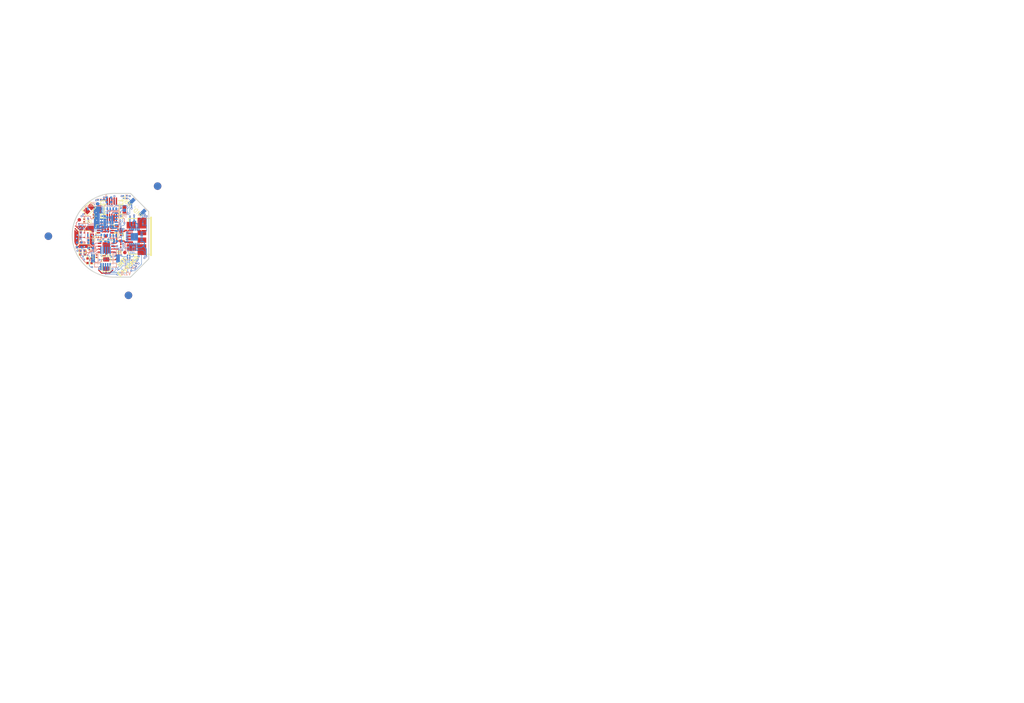
<source format=kicad_pcb>
(kicad_pcb (version 4) (host pcbnew 4.0.2+dfsg1-stable)
  (title_block (title "Enye mini versión A") (date 2017-01-02) (rev 0.1) (company INTI/Enyetech) (comment 1 "Revisores: Alamon Diego, Brengi Diego,Scotti Noelia") (comment 2 "Licencia: BSD /Readme/LICENSE") (comment 3 "Autor: Villar Santiago"))
  (layers (0 F.Cu signal) (1 Señal_1 signal) (2 GND power) (3 Power_+3,3V power) (4 Señal_2 signal) (31 B.Cu signal) (34 B.Paste user) (35 F.Paste user) (36 B.SilkS user hide) (37 F.SilkS user) (38 B.Mask user) (39 F.Mask user hide) (44 Edge.Cuts user))
  (net 0 "")
  (net 1 GND)
  (net 2 +VBAT)
  (net 3 +3V3)
  (net 4 /~RESET_b)
  (net 5 /PTA9)
  (net 6 /RST_BT)
  (net 7 /EXT_WAKE_UP)
  (net 8 /SDA)
  (net 9 /SCL)
  (net 10 /SWD_DIO_MCU)
  (net 11 /SWD_CLK_MCU)
  (net 12 "Net-(D2-Pad3)")
  (net 13 "Net-(D2-Pad4)")
  (net 14 "Net-(D2-Pad2)")
  (net 15 "Net-(C15-Pad1)")
  (net 16 "Net-(J1-Pad10)")
  (net 17 /SWD_CLK_BT)
  (net 18 /SWD_DIO_BT)
  (net 19 /Vpp)
  (net 20 /SPIO_MISO)
  (net 21 /SPIO_MOSI)
  (net 22 /SPIO_SCK)
  (net 23 /SPI0_SS_b)
  (net 24 "Net-(R1-Pad2)")
  (net 25 "Net-(R2-Pad1)")
  (net 26 "Net-(R4-Pad2)")
  (net 27 "Net-(U2-PadB1)")
  (net 28 "Net-(U3-Pad7)")
  (net 29 "Net-(U5-Pad3)")
  (net 30 "Net-(U6-Pad2)")
  (net 31 "Net-(U6-Pad3)")
  (net 32 "Net-(U6-Pad4)")
  (net 33 "Net-(U6-Pad6)")
  (net 34 "Net-(U6-Pad7)")
  (net 35 "Net-(U6-Pad14)")
  (net 36 "Net-(U6-Pad15)")
  (net 37 "Net-(U6-Pad16)")
  (net 38 "Net-(U6-Pad17)")
  (net 39 "Net-(U6-Pad19)")
  (net 40 "Net-(U6-Pad5)")
  (net 41 "Net-(U6-Pad21)")
  (net 42 "Net-(USB1-Pad2)")
  (net 43 "Net-(USB1-Pad3)")
  (net 44 "Net-(USB1-Pad4)")
  (net 45 "Net-(U5-Pad12)")
  (net 46 "Net-(U5-Pad11)")
  (net 47 "Net-(U5-Pad37)")
  (net 48 "Net-(U5-Pad19)")
  (net 49 "Net-(U5-Pad30)")
  (net 50 "Net-(U5-Pad35)")
  (net 51 "Net-(U5-Pad36)")
  (net 52 "/Power Supply/VBUS")
  (net 53 "/Power Supply/VCC")
  (net 54 /XTAL32KP)
  (net 55 "Net-(C19-Pad2)")
  (net 56 /XTAL32KM)
  (net 57 "Net-(C21-Pad2)")
  (net 58 "/Power Supply/STAT")
  (net 59 "Net-(R15-Pad2)")
  (net 60 "Net-(R16-Pad2)")
  (net 61 /BT_UART0_RX)
  (net 62 /BT_UART0_TX)
  (net 63 "Net-(J2-Pad5)")
  (net 64 /LED_B_BT)
  (net 65 /LED_G_BT)
  (net 66 "Net-(D3-Pad1)")
  (net 67 /LED_R_BT)
  (net 68 /LED_R_MCU)
  (net 69 /LED_B_MCU)
  (net 70 /LED_G_MCU)
  (module footprints:r_0201 (layer B.Cu) (at 89.55 68.9 90)
    (fp_text reference R7 hide)
    (fp_text value 10K hide)
    (pad 1 smd rect (at -0.26 0 90) (size 0.28 0.3) (layers B.Cu B.Paste B.Mask) (net 3 +3V3))
    (pad 2 smd rect (at 0.26 0 90) (size 0.28 0.3) (layers B.Cu B.Paste B.Mask) (net 9 /SCL))
  )
  (module footprints:GS2 (layer F.Cu) (at 79.75 60.1 315)
    (fp_text reference GS2 hide)
    (fp_text value Rest_MCU hide)
    (pad 1 smd rect (at 0 -0.635 315) (size 1.27 0.9652) (layers F.Cu F.Paste F.Mask) (net 4 /~RESET_b))
    (pad 2 smd rect (at 0 0.635 315) (size 1.27 0.9652) (layers F.Cu F.Paste F.Mask) (net 1 GND))
  )
  (module footprints:SML-LX0404SIUPGUSB (layer B.Cu) (at 77.65 68 90)
    (fp_text reference D2 hide)
    (fp_text value LED_RABG hide)
    (pad 3 smd rect (at -0.5 -0.5 90) (size 0.45 0.45) (layers B.Cu B.Paste B.Mask) (net 12 "Net-(D2-Pad3)"))
    (pad 4 smd rect (at -0.5 0.5 90) (size 0.45 0.45) (layers B.Cu B.Paste B.Mask) (net 13 "Net-(D2-Pad4)"))
    (pad 1 smd rect (at 0.5 0.5 90) (size 0.45 0.45) (layers B.Cu B.Paste B.Mask) (net 3 +3V3))
    (pad 2 smd rect (at 0.5 -0.5 90) (size 0.45 0.45) (layers B.Cu B.Paste B.Mask) (net 14 "Net-(D2-Pad2)"))
  )
  (module footprints:r_0201 (layer B.Cu) (at 77.8 66.4 90)
    (fp_text reference R10 hide)
    (fp_text value 330 hide)
    (pad 1 smd rect (at -0.26 0 90) (size 0.28 0.3) (layers B.Cu B.Paste B.Mask) (net 14 "Net-(D2-Pad2)"))
    (pad 2 smd rect (at 0.26 0 90) (size 0.28 0.3) (layers B.Cu B.Paste B.Mask) (net 68 /LED_R_MCU))
  )
  (module footprints:B3U_3000PB (layer B.Cu) (at 90.352082 59.702082 135)
    (fp_text reference SW1 hide)
    (fp_text value SIDE_SW hide)
    (pad 1 smd rect (at -1.7 0 135) (size 0.8 1.7) (layers B.Cu B.Paste B.Mask) (net 1 GND))
    (pad 2 smd rect (at 1.7 0 135) (size 0.8 1.7) (layers B.Cu B.Paste B.Mask) (net 5 /PTA9))
    (pad "" np_thru_hole circle (at 0 0 135) (size 0.75 0.75) (drill 0.75) (layers *.Cu *.Mask B.SilkS))
  )
  (module footprints:c_0201 (layer F.Cu) (at 84.825 66.55 180)
    (fp_text reference C7 hide)
    (fp_text value 0.1uF hide)
    (pad 1 smd rect (at -0.26 0 180) (size 0.28 0.3) (layers F.Cu F.Paste F.Mask) (net 52 "/Power Supply/VBUS"))
    (pad 2 smd rect (at 0.26 0 180) (size 0.28 0.3) (layers F.Cu F.Paste F.Mask) (net 1 GND))
  )
  (module footprints:c_0201 (layer F.Cu) (at 84.825 66.05 180)
    (fp_text reference C1 hide)
    (fp_text value 4.7uF hide)
    (pad 1 smd rect (at -0.26 0 180) (size 0.28 0.3) (layers F.Cu F.Paste F.Mask) (net 52 "/Power Supply/VBUS"))
    (pad 2 smd rect (at 0.26 0 180) (size 0.28 0.3) (layers F.Cu F.Paste F.Mask) (net 1 GND))
  )
  (module footprints:r_0201 (layer F.Cu) (at 82.15 66.35)
    (fp_text reference R2 hide)
    (fp_text value 68K hide)
    (pad 1 smd rect (at -0.26 0) (size 0.28 0.3) (layers F.Cu F.Paste F.Mask) (net 25 "Net-(R2-Pad1)"))
    (pad 2 smd rect (at 0.26 0) (size 0.28 0.3) (layers F.Cu F.Paste F.Mask) (net 1 GND))
  )
  (module footprints:r_0201 (layer F.Cu) (at 79.85 68.8 270)
    (fp_text reference R1 hide)
    (fp_text value 49.9 hide)
    (pad 1 smd rect (at -0.26 0 270) (size 0.28 0.3) (layers F.Cu F.Paste F.Mask) (net 53 "/Power Supply/VCC"))
    (pad 2 smd rect (at 0.26 0 270) (size 0.28 0.3) (layers F.Cu F.Paste F.Mask) (net 24 "Net-(R1-Pad2)"))
  )
  (module footprints:c_0201 (layer F.Cu) (at 80.65 70.4)
    (fp_text reference C6 hide)
    (fp_text value 0.1uF hide)
    (pad 1 smd rect (at -0.26 0) (size 0.28 0.3) (layers F.Cu F.Paste F.Mask) (net 2 +VBAT))
    (pad 2 smd rect (at 0.26 0) (size 0.28 0.3) (layers F.Cu F.Paste F.Mask) (net 1 GND))
  )
  (module footprints:r_0201 (layer F.Cu) (at 80.75 61.7 270)
    (fp_text reference R8 hide)
    (fp_text value 4.7K hide)
    (pad 1 smd rect (at -0.26 0 270) (size 0.28 0.3) (layers F.Cu F.Paste F.Mask) (net 4 /~RESET_b))
    (pad 2 smd rect (at 0.26 0 270) (size 0.28 0.3) (layers F.Cu F.Paste F.Mask) (net 3 +3V3))
  )
  (module footprints:c_0201 (layer F.Cu) (at 81.35 61.7 270)
    (fp_text reference C16 hide)
    (fp_text value 0.1uF hide)
    (pad 1 smd rect (at -0.26 0 270) (size 0.28 0.3) (layers F.Cu F.Paste F.Mask) (net 4 /~RESET_b))
    (pad 2 smd rect (at 0.26 0 270) (size 0.28 0.3) (layers F.Cu F.Paste F.Mask) (net 1 GND))
  )
  (module footprints:r_0201 (layer F.Cu) (at 78.7 62.65 90)
    (fp_text reference R3 hide)
    (fp_text value DNP hide)
    (pad 1 smd rect (at -0.26 0 90) (size 0.28 0.3) (layers F.Cu F.Paste F.Mask) (net 58 "/Power Supply/STAT"))
    (pad 2 smd rect (at 0.26 0 90) (size 0.28 0.3) (layers F.Cu F.Paste F.Mask) (net 3 +3V3))
  )
  (module footprints:r_0201 (layer B.Cu) (at 88.05 57.5 90)
    (fp_text reference R9 hide)
    (fp_text value 10K hide)
    (pad 1 smd rect (at -0.26 0 90) (size 0.28 0.3) (layers B.Cu B.Paste B.Mask) (net 5 /PTA9))
    (pad 2 smd rect (at 0.26 0 90) (size 0.28 0.3) (layers B.Cu B.Paste B.Mask) (net 3 +3V3))
  )
  (module footprints:c_0201 (layer B.Cu) (at 87.35 57.5 90)
    (fp_text reference C17 hide)
    (fp_text value 0.1uF hide)
    (pad 1 smd rect (at -0.26 0 90) (size 0.28 0.3) (layers B.Cu B.Paste B.Mask) (net 5 /PTA9))
    (pad 2 smd rect (at 0.26 0 90) (size 0.28 0.3) (layers B.Cu B.Paste B.Mask) (net 1 GND))
  )
  (module footprints:c_0201 (layer B.Cu) (at 87.15 65.2 270)
    (fp_text reference C10 hide)
    (fp_text value 1uF hide)
    (pad 1 smd rect (at -0.26 0 270) (size 0.28 0.3) (layers B.Cu B.Paste B.Mask) (net 3 +3V3))
    (pad 2 smd rect (at 0.26 0 270) (size 0.28 0.3) (layers B.Cu B.Paste B.Mask) (net 1 GND))
  )
  (module footprints:c_0201 (layer B.Cu) (at 86.65 65.2 270)
    (fp_text reference C13 hide)
    (fp_text value 2.2uF hide)
    (pad 1 smd rect (at -0.26 0 270) (size 0.28 0.3) (layers B.Cu B.Paste B.Mask) (net 3 +3V3))
    (pad 2 smd rect (at 0.26 0 270) (size 0.28 0.3) (layers B.Cu B.Paste B.Mask) (net 1 GND))
  )
  (module footprints:c_0201 (layer B.Cu) (at 88.49 70.3 180)
    (fp_text reference C9 hide)
    (fp_text value 0.1uF hide)
    (pad 1 smd rect (at -0.26 0 180) (size 0.28 0.3) (layers B.Cu B.Paste B.Mask) (net 3 +3V3))
    (pad 2 smd rect (at 0.26 0 180) (size 0.28 0.3) (layers B.Cu B.Paste B.Mask) (net 1 GND))
  )
  (module footprints:c_0201 (layer B.Cu) (at 88.49 70.9 180)
    (fp_text reference C8 hide)
    (fp_text value 1uF hide)
    (pad 1 smd rect (at -0.26 0 180) (size 0.28 0.3) (layers B.Cu B.Paste B.Mask) (net 3 +3V3))
    (pad 2 smd rect (at 0.26 0 180) (size 0.28 0.3) (layers B.Cu B.Paste B.Mask) (net 1 GND))
  )
  (module footprints:r_0201 (layer B.Cu) (at 90.1 72.4 270)
    (fp_text reference R5 hide)
    (fp_text value 4.7K hide)
    (pad 1 smd rect (at -0.26 0 270) (size 0.28 0.3) (layers B.Cu B.Paste B.Mask) (net 3 +3V3))
    (pad 2 smd rect (at 0.26 0 270) (size 0.28 0.3) (layers B.Cu B.Paste B.Mask) (net 7 /EXT_WAKE_UP))
  )
  (module footprints:r_0201 (layer B.Cu) (at 78.75 69.5 270)
    (fp_text reference R13 hide)
    (fp_text value 220 hide)
    (pad 1 smd rect (at -0.26 0 270) (size 0.28 0.3) (layers B.Cu B.Paste B.Mask) (net 13 "Net-(D2-Pad4)"))
    (pad 2 smd rect (at 0.26 0 270) (size 0.28 0.3) (layers B.Cu B.Paste B.Mask) (net 70 /LED_G_MCU))
  )
  (module footprints:c_0201 (layer F.Cu) (at 86.15 64.3 270)
    (fp_text reference C2 hide)
    (fp_text value 4.7uF hide)
    (pad 1 smd rect (at -0.26 0 270) (size 0.28 0.3) (layers F.Cu F.Paste F.Mask) (net 2 +VBAT))
    (pad 2 smd rect (at 0.26 0 270) (size 0.28 0.3) (layers F.Cu F.Paste F.Mask) (net 1 GND))
  )
  (module footprints:c_0201 (layer F.Cu) (at 86.75 68.2 270)
    (fp_text reference C5 hide)
    (fp_text value 0.1uF hide)
    (pad 1 smd rect (at -0.26 0 270) (size 0.28 0.3) (layers F.Cu F.Paste F.Mask) (net 52 "/Power Supply/VBUS"))
    (pad 2 smd rect (at 0.26 0 270) (size 0.28 0.3) (layers F.Cu F.Paste F.Mask) (net 1 GND))
  )
  (module footprints:TPS2115A (layer F.Cu) (at 83.58 68.63 270)
    (fp_text reference U1 hide)
    (fp_text value TPS2115a hide)
    (pad 1 smd rect (at -0.97 1.47 270) (size 0.3 0.8) (layers F.Cu F.Paste F.Mask) (net 24 "Net-(R1-Pad2)"))
    (pad 2 smd rect (at -0.32 1.47 270) (size 0.3 0.8) (layers F.Cu F.Paste F.Mask) (net 59 "Net-(R15-Pad2)"))
    (pad 3 smd rect (at 0.32 1.47 270) (size 0.3 0.8) (layers F.Cu F.Paste F.Mask) (net 60 "Net-(R16-Pad2)"))
    (pad 4 smd rect (at 0.97 1.47 270) (size 0.3 0.8) (layers F.Cu F.Paste F.Mask) (net 26 "Net-(R4-Pad2)"))
    (pad 6 smd rect (at 0.32 -1.47 270) (size 0.3 0.8) (layers F.Cu F.Paste F.Mask) (net 2 +VBAT))
    (pad 7 smd rect (at -0.32 -1.47) (size 0.8 0.3) (layers F.Cu F.Paste F.Mask) (net 53 "/Power Supply/VCC"))
    (pad 8 smd rect (at -0.97 -1.47) (size 0.8 0.3) (layers F.Cu F.Paste F.Mask) (net 52 "/Power Supply/VBUS"))
    (pad 9 smd rect (at 0 0 270) (size 2.4 1.65) (layers F.Cu F.Paste F.Mask) (net 1 GND))
    (pad 5 smd rect (at 0.97 -1.47 270) (size 0.3 0.8) (layers F.Cu F.Paste F.Mask) (net 1 GND))
  )
  (module footprints:MKL03Z32CAF4R (layer B.Cu) (at 88.5 72.2 90)
    (fp_text reference U4 hide)
    (fp_text value MKL03Z32CAF4R hide)
    (pad D5 smd circle (at 0.8 -0.6 90) (size 0.26 0.26) (layers B.Cu B.Paste B.Mask) (net 68 /LED_R_MCU))
    (pad D3 smd circle (at 0 -0.6 90) (size 0.26 0.26) (layers B.Cu B.Paste B.Mask) (net 23 /SPI0_SS_b))
    (pad B3 smd circle (at 0 0.2 90) (size 0.26 0.26) (layers B.Cu B.Paste B.Mask) (net 70 /LED_G_MCU))
    (pad C5 smd circle (at 0.8 -0.2 90) (size 0.26 0.26) (layers B.Cu B.Paste B.Mask) (net 1 GND))
    (pad D2 smd circle (at -0.4 -0.6 90) (size 0.26 0.26) (layers B.Cu B.Paste B.Mask) (net 21 /SPIO_MOSI))
    (pad C2 smd circle (at -0.4 -0.2 90) (size 0.26 0.26) (layers B.Cu B.Paste B.Mask) (net 5 /PTA9))
    (pad A2 smd circle (at -0.4 0.6 90) (size 0.26 0.26) (layers B.Cu B.Paste B.Mask) (net 7 /EXT_WAKE_UP))
    (pad C4 smd circle (at 0.4 -0.2 90) (size 0.26 0.26) (layers B.Cu B.Paste B.Mask) (net 61 /BT_UART0_RX))
    (pad B1 smd circle (at -0.8 0.2 90) (size 0.26 0.26) (layers B.Cu B.Paste B.Mask) (net 6 /RST_BT))
    (pad D4 smd circle (at 0.4 -0.6 90) (size 0.26 0.26) (layers B.Cu B.Paste B.Mask) (net 20 /SPIO_MISO))
    (pad B5 smd circle (at 0.8 0.2 90) (size 0.26 0.26) (layers B.Cu B.Paste B.Mask) (net 3 +3V3))
    (pad C1 smd circle (at -0.8 -0.2 90) (size 0.26 0.26) (layers B.Cu B.Paste B.Mask) (net 22 /SPIO_SCK))
    (pad C3 smd circle (at 0 -0.2 90) (size 0.26 0.26) (layers B.Cu B.Paste B.Mask) (net 62 /BT_UART0_TX))
    (pad D1 smd circle (at -0.8 -0.6 90) (size 0.26 0.26) (layers B.Cu B.Paste B.Mask) (net 58 "/Power Supply/STAT"))
    (pad B2 smd circle (at -0.4 0.2 90) (size 0.26 0.26) (layers B.Cu B.Paste B.Mask) (net 8 /SDA))
    (pad B4 smd circle (at 0.4 0.2 90) (size 0.26 0.26) (layers B.Cu B.Paste B.Mask) (net 4 /~RESET_b))
    (pad A5 smd circle (at 0.8 0.6 90) (size 0.26 0.26) (layers B.Cu B.Paste B.Mask) (net 10 /SWD_DIO_MCU))
    (pad A1 smd circle (at -0.8 0.6 90) (size 0.26 0.26) (layers B.Cu B.Paste B.Mask) (net 9 /SCL))
    (pad A3 smd circle (at 0 0.6 90) (size 0.26 0.26) (layers B.Cu B.Paste B.Mask) (net 69 /LED_B_MCU))
    (pad A4 smd circle (at 0.4 0.6 90) (size 0.26 0.26) (layers B.Cu B.Paste B.Mask) (net 11 /SWD_CLK_MCU))
  )
  (module footprints:ABS05-32.768KHZ-9-T (layer B.Cu) (at 84.65 67.2 180)
    (fp_text reference Y1 hide)
    (fp_text value "32,768 kHz" hide)
    (pad 1 smd rect (at -0.6 0 180) (size 0.5 1) (layers B.Cu B.Paste B.Mask) (net 54 /XTAL32KP))
    (pad 2 smd rect (at 0.6 0 180) (size 0.5 1) (layers B.Cu B.Paste B.Mask) (net 56 /XTAL32KM))
  )
  (module footprints:r_0402 (layer F.Cu) (at 78.35 69.3)
    (fp_text reference R15 hide)
    (fp_text value "0 ohm" hide)
    (pad 1 smd rect (at -0.5 0) (size 0.5 0.5) (layers F.Cu F.Paste F.Mask) (net 2 +VBAT))
    (pad 2 smd rect (at 0.5 0) (size 0.5 0.5) (layers F.Cu F.Paste F.Mask) (net 59 "Net-(R15-Pad2)"))
  )
  (module footprints:r_0402 (layer F.Cu) (at 78.35 70.1 180)
    (fp_text reference R17 hide)
    (fp_text value DNP hide)
    (pad 1 smd rect (at -0.5 0 180) (size 0.5 0.5) (layers F.Cu F.Paste F.Mask) (net 59 "Net-(R15-Pad2)"))
    (pad 2 smd rect (at 0.5 0 180) (size 0.5 0.5) (layers F.Cu F.Paste F.Mask) (net 1 GND))
  )
  (module footprints:r_0402 (layer F.Cu) (at 79.45 71.5 270)
    (fp_text reference R18 hide)
    (fp_text value "0 ohm" hide)
    (pad 1 smd rect (at -0.5 0 270) (size 0.5 0.5) (layers F.Cu F.Paste F.Mask) (net 60 "Net-(R16-Pad2)"))
    (pad 2 smd rect (at 0.5 0 270) (size 0.5 0.5) (layers F.Cu F.Paste F.Mask) (net 1 GND))
  )
  (module footprints:r_0402 (layer F.Cu) (at 80.35 71.5 270)
    (fp_text reference R16 hide)
    (fp_text value DNP hide)
    (pad 1 smd rect (at -0.5 0 270) (size 0.5 0.5) (layers F.Cu F.Paste F.Mask) (net 2 +VBAT))
    (pad 2 smd rect (at 0.5 0 270) (size 0.5 0.5) (layers F.Cu F.Paste F.Mask) (net 60 "Net-(R16-Pad2)"))
  )
  (module footprints:c_0402 (layer B.Cu) (at 86.45 67.2)
    (fp_text reference C18 hide)
    (fp_text value 22pF hide)
    (pad 1 smd rect (at -0.5 0) (size 0.5 0.5) (layers B.Cu B.Paste B.Mask) (net 54 /XTAL32KP))
    (pad 2 smd rect (at 0.5 0) (size 0.5 0.5) (layers B.Cu B.Paste B.Mask) (net 1 GND))
  )
  (module footprints:c_0402 (layer B.Cu) (at 82.85 67.2 180)
    (fp_text reference C20 hide)
    (fp_text value 22pF hide)
    (pad 1 smd rect (at -0.5 0 180) (size 0.5 0.5) (layers B.Cu B.Paste B.Mask) (net 56 /XTAL32KM))
    (pad 2 smd rect (at 0.5 0 180) (size 0.5 0.5) (layers B.Cu B.Paste B.Mask) (net 1 GND))
  )
  (module footprints:r_0402 (layer B.Cu) (at 80.15 67)
    (fp_text reference R14 hide)
    (fp_text value "0 ohm" hide)
    (pad 1 smd rect (at -0.5 0) (size 0.5 0.5) (layers B.Cu B.Paste B.Mask) (net 55 "Net-(C19-Pad2)"))
    (pad 2 smd rect (at 0.5 0) (size 0.5 0.5) (layers B.Cu B.Paste B.Mask) (net 57 "Net-(C21-Pad2)"))
  )
  (module footprints:c_0402 (layer B.Cu) (at 79.65 68.2 90)
    (fp_text reference C19 hide)
    (fp_text value DNP hide)
    (pad 1 smd rect (at -0.5 0 90) (size 0.5 0.5) (layers B.Cu B.Paste B.Mask) (net 1 GND))
    (pad 2 smd rect (at 0.5 0 90) (size 0.5 0.5) (layers B.Cu B.Paste B.Mask) (net 55 "Net-(C19-Pad2)"))
  )
  (module footprints:c_0402 (layer B.Cu) (at 80.65 68.2 90)
    (fp_text reference C21 hide)
    (fp_text value DNP hide)
    (pad 1 smd rect (at -0.5 0 90) (size 0.5 0.5) (layers B.Cu B.Paste B.Mask) (net 1 GND))
    (pad 2 smd rect (at 0.5 0 90) (size 0.5 0.5) (layers B.Cu B.Paste B.Mask) (net 57 "Net-(C21-Pad2)"))
  )
  (module footprints:c_0201 (layer B.Cu) (at 91.6 63.39 90)
    (fp_text reference C14 hide)
    (fp_text value 10nF hide)
    (pad 1 smd rect (at -0.26 0 90) (size 0.28 0.3) (layers B.Cu B.Paste B.Mask) (net 3 +3V3))
    (pad 2 smd rect (at 0.26 0 90) (size 0.28 0.3) (layers B.Cu B.Paste B.Mask) (net 1 GND))
  )
  (module footprints:c_0201 (layer B.Cu) (at 89.45 63.6 90)
    (fp_text reference C12 hide)
    (fp_text value 0.1uF hide)
    (pad 1 smd rect (at -0.26 0 90) (size 0.28 0.3) (layers B.Cu B.Paste B.Mask) (net 3 +3V3))
    (pad 2 smd rect (at 0.26 0 90) (size 0.28 0.3) (layers B.Cu B.Paste B.Mask) (net 1 GND))
  )
  (module footprints:SOD-323 (layer F.Cu) (at 86.75 66.1 90)
    (fp_text reference D1 hide)
    (fp_text value ESD5V0D3-TP hide)
    (pad 1 smd rect (at -1.05 0 90) (size 0.58 0.68) (layers F.Cu F.Paste F.Mask) (net 52 "/Power Supply/VBUS"))
    (pad 2 smd rect (at 1.05 0 90) (size 0.58 0.68) (layers F.Cu F.Paste F.Mask) (net 1 GND))
  )
  (module footprints:conn_usb_B_micro_smd (layer F.Cu) (at 91.4 66.14 90)
    (fp_text reference USB1 hide)
    (fp_text value USB-MICRO hide)
    (pad "" smd rect (at -0.84 0 90) (size 1.17 1.9) (layers F.Cu F.Paste F.Mask))
    (pad "" smd rect (at 0.84 0 90) (size 1.17 1.9) (layers F.Cu F.Paste F.Mask))
    (pad "" smd rect (at 2.91 0 90) (size 2.37 1.9) (layers F.Cu F.Paste F.Mask))
    (pad "" smd rect (at -2.91 0 90) (size 2.37 1.9) (layers F.Cu F.Paste F.Mask))
    (pad "" smd rect (at 2.46 -2.3 90) (size 1.47 2.1) (layers F.Cu F.Paste F.Mask))
    (pad "" smd rect (at -2.46 -2.3 90) (size 1.47 2.1) (layers F.Cu F.Paste F.Mask))
    (pad 1 smd rect (at -1.3 -2.66 90) (size 0.45 1.38) (layers F.Cu F.Paste F.Mask) (net 52 "/Power Supply/VBUS"))
    (pad 2 smd rect (at -0.65 -2.66 90) (size 0.45 1.38) (layers F.Cu F.Paste F.Mask) (net 42 "Net-(USB1-Pad2)"))
    (pad 3 smd rect (at 0 -2.66 90) (size 0.45 1.38) (layers F.Cu F.Paste F.Mask) (net 43 "Net-(USB1-Pad3)"))
    (pad 4 smd rect (at 0.65 -2.66 90) (size 0.45 1.38) (layers F.Cu F.Paste F.Mask) (net 44 "Net-(USB1-Pad4)"))
    (pad 5 smd rect (at 1.3 -2.66 90) (size 0.45 1.38) (layers F.Cu F.Paste F.Mask) (net 1 GND))
  )
  (module footprints:c_0201 (layer F.Cu) (at 77.25 64.6 225)
    (fp_text reference C4 hide)
    (fp_text value 0.1uF hide)
    (pad 1 smd rect (at -0.26 0 225) (size 0.28 0.3) (layers F.Cu F.Paste F.Mask) (net 3 +3V3))
    (pad 2 smd rect (at 0.26 0 225) (size 0.28 0.3) (layers F.Cu F.Paste F.Mask) (net 1 GND))
  )
  (module footprints:r_0201 (layer B.Cu) (at 88.35 68.9 90)
    (fp_text reference R6 hide)
    (fp_text value 10K hide)
    (pad 1 smd rect (at -0.26 0 90) (size 0.28 0.3) (layers B.Cu B.Paste B.Mask) (net 3 +3V3))
    (pad 2 smd rect (at 0.26 0 90) (size 0.28 0.3) (layers B.Cu B.Paste B.Mask) (net 8 /SDA))
  )
  (module footprints:c_0201 (layer B.Cu) (at 90.05 63.6 90)
    (fp_text reference C15 hide)
    (fp_text value 0.1uF hide)
    (pad 1 smd rect (at -0.26 0 90) (size 0.28 0.3) (layers B.Cu B.Paste B.Mask) (net 15 "Net-(C15-Pad1)"))
    (pad 2 smd rect (at 0.26 0 90) (size 0.28 0.3) (layers B.Cu B.Paste B.Mask) (net 1 GND))
  )
  (module footprints:c_0201 (layer B.Cu) (at 90.35 68.9 90)
    (fp_text reference C11 hide)
    (fp_text value 0.1uF hide)
    (pad 1 smd rect (at -0.26 0 90) (size 0.28 0.3) (layers B.Cu B.Paste B.Mask) (net 3 +3V3))
    (pad 2 smd rect (at 0.26 0 90) (size 0.28 0.3) (layers B.Cu B.Paste B.Mask) (net 1 GND))
  )
  (module footprints:r_0201 (layer F.Cu) (at 81.45 70.5 90)
    (fp_text reference R4 hide)
    (fp_text value 1.5K hide)
    (pad 1 smd rect (at -0.26 0 90) (size 0.28 0.3) (layers F.Cu F.Paste F.Mask) (net 1 GND))
    (pad 2 smd rect (at 0.26 0 90) (size 0.28 0.3) (layers F.Cu F.Paste F.Mask) (net 26 "Net-(R4-Pad2)"))
  )
  (module footprints:c_0201 (layer F.Cu) (at 76.95 64.3 225)
    (fp_text reference C22 hide)
    (fp_text value 4.7uF hide)
    (pad 1 smd rect (at -0.26 0 225) (size 0.28 0.3) (layers F.Cu F.Paste F.Mask) (net 3 +3V3))
    (pad 2 smd rect (at 0.26 0 225) (size 0.28 0.3) (layers F.Cu F.Paste F.Mask) (net 1 GND))
  )
  (module footprints:r_0201 (layer B.Cu) (at 77.95 69.6 270)
    (fp_text reference R12 hide)
    (fp_text value 220 hide)
    (pad 1 smd rect (at -0.26 0 270) (size 0.28 0.3) (layers B.Cu B.Paste B.Mask) (net 12 "Net-(D2-Pad3)"))
    (pad 2 smd rect (at 0.26 0 270) (size 0.28 0.3) (layers B.Cu B.Paste B.Mask) (net 69 /LED_B_MCU))
  )
  (module "footprints:df12(3.0)-10dp-0.5v" (layer F.Cu) (at 84.79784 60.20422)
    (fp_text reference J1 hide)
    (fp_text value DF12D-3.0-10DP-0.5V-81 hide)
    (pad "" np_thru_hole circle (at 2.05 -1.5) (size 0.6 0.6) (drill 0.5969) (layers *.Cu *.Mask F.SilkS))
    (pad "" np_thru_hole circle (at -2.05 -1.5) (size 0.6 0.6) (drill 0.5969) (layers *.Cu *.Mask F.SilkS))
    (pad 10 smd rect (at 1 -1.8) (size 0.3 1.6) (layers F.Cu F.Paste F.Mask) (net 16 "Net-(J1-Pad10)") (clearance 0.19558))
    (pad 9 smd rect (at 0.5 -1.8) (size 0.3 1.6) (layers F.Cu F.Paste F.Mask) (net 4 /~RESET_b) (clearance 0.19558))
    (pad 8 smd rect (at 0 -1.8) (size 0.3 1.6) (layers F.Cu F.Paste F.Mask) (net 10 /SWD_DIO_MCU) (clearance 0.19558))
    (pad 7 smd rect (at -0.5 -1.8) (size 0.3 1.6) (layers F.Cu F.Paste F.Mask) (net 11 /SWD_CLK_MCU) (clearance 0.19558))
    (pad 6 smd rect (at -1 -1.8) (size 0.3 1.6) (layers F.Cu F.Paste F.Mask) (net 1 GND) (clearance 0.19558))
    (pad 5 smd rect (at -1 1.8) (size 0.3 1.6) (layers F.Cu F.Paste F.Mask) (net 6 /RST_BT) (clearance 0.19558))
    (pad 4 smd rect (at -0.5 1.8) (size 0.3 1.6) (layers F.Cu F.Paste F.Mask) (net 17 /SWD_CLK_BT) (clearance 0.19558))
    (pad 3 smd rect (at 0 1.8) (size 0.3 1.6) (layers F.Cu F.Paste F.Mask) (net 18 /SWD_DIO_BT) (clearance 0.19558))
    (pad 2 smd rect (at 0.5 1.8) (size 0.3 1.6) (layers F.Cu F.Paste F.Mask) (net 19 /Vpp) (clearance 0.19558))
    (pad 1 smd rect (at 1 1.8) (size 0.3 1.6) (layers F.Cu F.Paste F.Mask) (net 3 +3V3) (clearance 0.19558))
    (pad "" smd rect (at -2.75 0) (size 0.8 1.8) (layers F.Cu F.Paste F.Mask))
    (pad "" smd rect (at 2.75 0) (size 0.8 1.8) (layers F.Cu F.Paste F.Mask))
  )
  (module "footprints:df12(3.0)-10dp-0.5v" (layer B.Cu) (at 83.4 71)
    (fp_text reference J2 hide)
    (fp_text value DF12D-3.0-10DP-0.5V-81 hide)
    (pad "" np_thru_hole circle (at 2.05 1.5) (size 0.6 0.6) (drill 0.5969) (layers *.Cu *.Mask B.SilkS))
    (pad "" np_thru_hole circle (at -2.05 1.5) (size 0.6 0.6) (drill 0.5969) (layers *.Cu *.Mask B.SilkS))
    (pad 10 smd rect (at 1 1.8) (size 0.3 1.6) (layers B.Cu B.Paste B.Mask) (net 20 /SPIO_MISO) (clearance 0.19558))
    (pad 9 smd rect (at 0.5 1.8) (size 0.3 1.6) (layers B.Cu B.Paste B.Mask) (net 21 /SPIO_MOSI) (clearance 0.19558))
    (pad 8 smd rect (at 0 1.8) (size 0.3 1.6) (layers B.Cu B.Paste B.Mask) (net 22 /SPIO_SCK) (clearance 0.19558))
    (pad 7 smd rect (at -0.5 1.8) (size 0.3 1.6) (layers B.Cu B.Paste B.Mask) (net 23 /SPI0_SS_b) (clearance 0.19558))
    (pad 6 smd rect (at -1 1.8) (size 0.3 1.6) (layers B.Cu B.Paste B.Mask) (net 1 GND) (clearance 0.19558))
    (pad 5 smd rect (at -1 -1.8) (size 0.3 1.6) (layers B.Cu B.Paste B.Mask) (net 63 "Net-(J2-Pad5)") (clearance 0.19558))
    (pad 4 smd rect (at -0.5 -1.8) (size 0.3 1.6) (layers B.Cu B.Paste B.Mask) (net 8 /SDA) (clearance 0.19558))
    (pad 3 smd rect (at 0 -1.8) (size 0.3 1.6) (layers B.Cu B.Paste B.Mask) (net 9 /SCL) (clearance 0.19558))
    (pad 2 smd rect (at 0.5 -1.8) (size 0.3 1.6) (layers B.Cu B.Paste B.Mask) (net 4 /~RESET_b) (clearance 0.19558))
    (pad 1 smd rect (at 1 -1.8) (size 0.3 1.6) (layers B.Cu B.Paste B.Mask) (net 3 +3V3) (clearance 0.19558))
    (pad "" smd rect (at -2.75 0) (size 0.8 1.8) (layers B.Cu B.Paste B.Mask))
    (pad "" smd rect (at 2.75 0) (size 0.8 1.8) (layers B.Cu B.Paste B.Mask))
  )
  (module footprints:c_0201 (layer F.Cu) (at 77.25 68.2 135)
    (fp_text reference C3 hide)
    (fp_text value 4.7uF hide)
    (pad 1 smd rect (at -0.26 0 135) (size 0.28 0.3) (layers F.Cu F.Paste F.Mask) (net 53 "/Power Supply/VCC"))
    (pad 2 smd rect (at 0.26 0 135) (size 0.28 0.3) (layers F.Cu F.Paste F.Mask) (net 1 GND))
  )
  (module footprints:LBCA2A2HNZYZ-711 (layer B.Cu) (at 84.13 63 270)
    (fp_text reference U5 hide)
    (fp_text value LBCA2HNZYZ-711 hide)
    (pad 16 smd rect (at 0.65 1.6 270) (size 0.35 0.65) (layers B.Cu B.Paste B.Mask) (net 1 GND))
    (pad 17 smd rect (at 0 1.6 270) (size 0.35 0.65) (layers B.Cu B.Paste B.Mask) (net 1 GND))
    (pad 18 smd rect (at -0.65 1.6 270) (size 0.35 0.65) (layers B.Cu B.Paste B.Mask) (net 1 GND))
    (pad 19 smd rect (at -1.3 1.6 270) (size 0.35 0.65) (layers B.Cu B.Paste B.Mask) (net 48 "Net-(U5-Pad19)"))
    (pad 20 smd rect (at -1.95 1.6 270) (size 0.35 0.65) (layers B.Cu B.Paste B.Mask) (net 1 GND))
    (pad 21 smd rect (at -2.9 1.63 270) (size 0.65 0.35) (layers B.Cu B.Paste B.Mask) (net 1 GND))
    (pad 22 smd rect (at -2.9 0.98 270) (size 0.65 0.35) (layers B.Cu B.Paste B.Mask) (net 67 /LED_R_BT))
    (pad 23 smd rect (at -2.9 0.33 270) (size 0.65 0.35) (layers B.Cu B.Paste B.Mask) (net 64 /LED_B_BT))
    (pad 24 smd rect (at -2.9 -0.32 270) (size 0.65 0.35) (layers B.Cu B.Paste B.Mask) (net 62 /BT_UART0_TX))
    (pad 7 smd rect (at 1.95 -1.6 270) (size 0.35 0.65) (layers B.Cu B.Paste B.Mask) (net 3 +3V3))
    (pad 6 smd rect (at 1.3 -1.6 270) (size 0.35 0.65) (layers B.Cu B.Paste B.Mask) (net 1 GND))
    (pad 5 smd rect (at 0.65 -1.6 270) (size 0.35 0.65) (layers B.Cu B.Paste B.Mask) (net 18 /SWD_DIO_BT))
    (pad 4 smd rect (at 0 -1.6 270) (size 0.35 0.65) (layers B.Cu B.Paste B.Mask) (net 17 /SWD_CLK_BT))
    (pad 3 smd rect (at -0.65 -1.6 270) (size 0.35 0.65) (layers B.Cu B.Paste B.Mask) (net 29 "Net-(U5-Pad3)"))
    (pad 2 smd rect (at -1.3 -1.6 270) (size 0.35 0.65) (layers B.Cu B.Paste B.Mask) (net 65 /LED_G_BT))
    (pad 1 smd rect (at -1.95 -1.6 270) (size 0.35 0.65) (layers B.Cu B.Paste B.Mask) (net 61 /BT_UART0_RX))
    (pad 26 smd rect (at -2.9 -1.62 270) (size 0.65 0.35) (layers B.Cu B.Paste B.Mask) (net 1 GND))
    (pad 25 smd rect (at -2.9 -0.97 270) (size 0.65 0.35) (layers B.Cu B.Paste B.Mask) (net 6 /RST_BT))
    (pad 36 smd rect (at 2.9 4.63 270) (size 0.65 0.35) (layers B.Cu B.Paste B.Mask) (net 51 "Net-(U5-Pad36)"))
    (pad 29 smd rect (at 1 -0.32 270) (size 0.65 0.35) (layers B.Cu B.Paste B.Mask) (net 1 GND))
    (pad 8 smd rect (at 2.9 -1.62 270) (size 0.65 0.35) (layers B.Cu B.Paste B.Mask) (net 1 GND))
    (pad 9 smd rect (at 2.9 -0.97 270) (size 0.65 0.35) (layers B.Cu B.Paste B.Mask) (net 54 /XTAL32KP))
    (pad 10 smd rect (at 2.9 -0.32 270) (size 0.65 0.35) (layers B.Cu B.Paste B.Mask) (net 56 /XTAL32KM))
    (pad 11 smd rect (at 2.9 0.33 270) (size 0.65 0.35) (layers B.Cu B.Paste B.Mask) (net 46 "Net-(U5-Pad11)"))
    (pad 12 smd rect (at 2.9 0.98 270) (size 0.65 0.35) (layers B.Cu B.Paste B.Mask) (net 45 "Net-(U5-Pad12)"))
    (pad 13 smd rect (at 2.9 1.63 270) (size 0.65 0.35) (layers B.Cu B.Paste B.Mask) (net 57 "Net-(C21-Pad2)"))
    (pad 14 smd rect (at 1.95 1.6 270) (size 0.35 0.65) (layers B.Cu B.Paste B.Mask) (net 55 "Net-(C19-Pad2)"))
    (pad 15 smd rect (at 1.3 1.6 270) (size 0.35 0.65) (layers B.Cu B.Paste B.Mask) (net 1 GND))
    (pad 28 smd rect (at 0 -0.32 270) (size 0.65 0.35) (layers B.Cu B.Paste B.Mask) (net 1 GND))
    (pad 27 smd rect (at -1 -0.32 270) (size 0.65 0.35) (layers B.Cu B.Paste B.Mask) (net 1 GND))
    (pad 30 smd rect (at 1.95 -0.32 270) (size 0.35 0.35) (layers B.Cu B.Paste B.Mask) (net 49 "Net-(U5-Pad30)"))
    (pad 35 smd rect (at -1.95 0.33 270) (size 0.35 0.35) (layers B.Cu B.Paste B.Mask) (net 50 "Net-(U5-Pad35)"))
    (pad 34 smd rect (at -1 0.33 270) (size 0.65 0.35) (layers B.Cu B.Paste B.Mask) (net 1 GND))
    (pad 33 smd rect (at 0 0.33 270) (size 0.65 0.35) (layers B.Cu B.Paste B.Mask) (net 1 GND))
    (pad 32 smd rect (at 1 0.33 270) (size 0.65 0.35) (layers B.Cu B.Paste B.Mask) (net 1 GND))
    (pad 31 smd rect (at 1.95 0.33 270) (size 0.35 0.35) (layers B.Cu B.Paste B.Mask) (net 19 /Vpp))
    (pad 37 smd rect (at -2.9 4.63 270) (size 0.65 0.35) (layers B.Cu B.Paste B.Mask) (net 47 "Net-(U5-Pad37)"))
  )
  (module footprints:MPU-9250 (layer B.Cu) (at 89.75 66.24 90)
    (fp_text reference U6 hide)
    (fp_text value MPU-9250 hide)
    (pad 1 smd rect (at -1 -1.6 90) (size 0.25 0.55) (layers B.Cu B.Paste B.Mask) (net 3 +3V3))
    (pad 2 smd rect (at -0.6 -1.6 90) (size 0.25 0.55) (layers B.Cu B.Paste B.Mask) (net 30 "Net-(U6-Pad2)"))
    (pad 3 smd rect (at -0.2 -1.6 90) (size 0.25 0.55) (layers B.Cu B.Paste B.Mask) (net 31 "Net-(U6-Pad3)"))
    (pad 4 smd rect (at 0.2 -1.6 90) (size 0.25 0.55) (layers B.Cu B.Paste B.Mask) (net 32 "Net-(U6-Pad4)"))
    (pad 6 smd rect (at 1 -1.6 90) (size 0.25 0.55) (layers B.Cu B.Paste B.Mask) (net 33 "Net-(U6-Pad6)"))
    (pad 7 smd rect (at 1.6 -1 90) (size 0.55 0.25) (layers B.Cu B.Paste B.Mask) (net 34 "Net-(U6-Pad7)"))
    (pad 8 smd rect (at 1.6 -0.6 90) (size 0.55 0.25) (layers B.Cu B.Paste B.Mask) (net 3 +3V3))
    (pad 9 smd rect (at 1.6 -0.2 90) (size 0.55 0.25) (layers B.Cu B.Paste B.Mask) (net 3 +3V3))
    (pad 10 smd rect (at 1.6 0.2 90) (size 0.55 0.25) (layers B.Cu B.Paste B.Mask) (net 15 "Net-(C15-Pad1)"))
    (pad 25 smd rect (at 0.4 -0.4 90) (size 0.85 0.8) (layers B.Cu B.Paste B.Mask))
    (pad 25 smd rect (at -0.4 -0.4 90) (size 0.85 0.8) (layers B.Cu B.Paste B.Mask))
    (pad 25 smd rect (at -0.4 0.4 90) (size 0.85 0.8) (layers B.Cu B.Paste B.Mask))
    (pad 25 smd rect (at 0.4 0.4 90) (size 0.85 0.8) (layers B.Cu B.Paste B.Mask))
    (pad 11 smd rect (at 1.6 0.6 90) (size 0.55 0.25) (layers B.Cu B.Paste B.Mask) (net 1 GND))
    (pad 12 smd rect (at 1.6 1 90) (size 0.55 0.25) (layers B.Cu B.Paste B.Mask) (net 7 /EXT_WAKE_UP))
    (pad 13 smd rect (at 1 1.6 90) (size 0.25 0.55) (layers B.Cu B.Paste B.Mask) (net 3 +3V3))
    (pad 14 smd rect (at 0.6 1.6 90) (size 0.25 0.55) (layers B.Cu B.Paste B.Mask) (net 35 "Net-(U6-Pad14)"))
    (pad 15 smd rect (at 0.2 1.6 90) (size 0.25 0.55) (layers B.Cu B.Paste B.Mask) (net 36 "Net-(U6-Pad15)"))
    (pad 16 smd rect (at -0.2 1.6 90) (size 0.25 0.55) (layers B.Cu B.Paste B.Mask) (net 37 "Net-(U6-Pad16)"))
    (pad 17 smd rect (at -0.6 1.6 90) (size 0.25 0.55) (layers B.Cu B.Paste B.Mask) (net 38 "Net-(U6-Pad17)"))
    (pad 18 smd rect (at -1 1.6 90) (size 0.25 0.55) (layers B.Cu B.Paste B.Mask) (net 1 GND))
    (pad 19 smd rect (at -1.6 1 90) (size 0.55 0.25) (layers B.Cu B.Paste B.Mask) (net 39 "Net-(U6-Pad19)"))
    (pad 20 smd rect (at -1.6 0.6 90) (size 0.55 0.25) (layers B.Cu B.Paste B.Mask) (net 1 GND))
    (pad 5 smd rect (at 0.6 -1.6 90) (size 0.25 0.55) (layers B.Cu B.Paste B.Mask) (net 40 "Net-(U6-Pad5)"))
    (pad 21 smd rect (at -1.6 0.2 90) (size 0.55 0.25) (layers B.Cu B.Paste B.Mask) (net 41 "Net-(U6-Pad21)"))
    (pad 22 smd rect (at -1.6 -0.2 90) (size 0.55 0.25) (layers B.Cu B.Paste B.Mask) (net 3 +3V3))
    (pad 23 smd rect (at -1.6 -0.6 90) (size 0.55 0.25) (layers B.Cu B.Paste B.Mask) (net 9 /SCL))
    (pad 24 smd rect (at -1.6 -1 90) (size 0.55 0.25) (layers B.Cu B.Paste B.Mask) (net 8 /SDA))
  )
  (module footprints:SML-LX0404SIUPGUSB (layer B.Cu) (at 84.15 58.1 180)
    (fp_text reference D3 hide)
    (fp_text value LED_RABG hide)
    (pad 3 smd rect (at -0.5 -0.5 180) (size 0.45 0.45) (layers B.Cu B.Paste B.Mask) (net 64 /LED_B_BT))
    (pad 4 smd rect (at -0.5 0.5 180) (size 0.45 0.45) (layers B.Cu B.Paste B.Mask) (net 65 /LED_G_BT))
    (pad 1 smd rect (at 0.5 0.5 180) (size 0.45 0.45) (layers B.Cu B.Paste B.Mask) (net 66 "Net-(D3-Pad1)"))
    (pad 2 smd rect (at 0.5 -0.5 180) (size 0.45 0.45) (layers B.Cu B.Paste B.Mask) (net 67 /LED_R_BT))
  )
  (module footprints:r_0201 (layer B.Cu) (at 82.05 58.1 180)
    (fp_text reference R19 hide)
    (fp_text value 330 hide)
    (pad 1 smd rect (at -0.26 0 180) (size 0.28 0.3) (layers B.Cu B.Paste B.Mask) (net 66 "Net-(D3-Pad1)"))
    (pad 2 smd rect (at 0.26 0 180) (size 0.28 0.3) (layers B.Cu B.Paste B.Mask) (net 3 +3V3))
  )
  (module footprints:FIDUCIAL_65MIL (layer B.Cu) (at 94.85 55.1)
    (fp_text reference F1 hide)
    (fp_text value CONN_1 hide)
    (pad "" smd circle (at 0 0) (size 1.651 1.651) (layers B.Cu B.Mask) (clearance 1.0795))
  )
  (module footprints:FIDUCIAL_65MIL (layer B.Cu) (at 88.45 79.1)
    (fp_text reference F2 hide)
    (fp_text value CONN_1 hide)
    (pad "" smd circle (at 0 0) (size 1.651 1.651) (layers B.Cu B.Mask) (clearance 1.0795))
  )
  (module footprints:FIDUCIAL_65MIL (layer B.Cu) (at 70.85 66.1)
    (fp_text reference F3 hide)
    (fp_text value CONN_1 hide)
    (pad "" smd circle (at 0 0) (size 1.651 1.651) (layers B.Cu B.Mask) (clearance 1.0795))
  )
  (module footprints:FIDUCIAL_65MIL (layer F.Cu) (at 70.85 66.1)
    (fp_text reference F4 hide)
    (fp_text value CONN_1 hide)
    (pad "" smd circle (at 0 0) (size 1.651 1.651) (layers F.Cu F.Mask) (clearance 1.0795))
  )
  (module footprints:FIDUCIAL_65MIL (layer F.Cu) (at 88.45 79.1)
    (fp_text reference F5 hide)
    (fp_text value CONN_1 hide)
    (pad "" smd circle (at 0 0) (size 1.651 1.651) (layers F.Cu F.Mask) (clearance 1.0795))
  )
  (module footprints:FIDUCIAL_65MIL (layer F.Cu) (at 94.85 55.1)
    (fp_text reference F6 hide)
    (fp_text value CONN_1 hide)
    (pad "" smd circle (at 0 0) (size 1.651 1.651) (layers F.Cu F.Mask) (clearance 1.0795))
  )
  (module footprints:TESTPOINT (layer F.Cu) (at 87.65 69.7)
    (fp_text reference TP1 (at -1.1 0) (layer F.SilkS) (effects (font (size 0.7112 0.4572) (thickness 0.1016))))
    (fp_text value TESTPOINT hide)
    (pad 1 smd circle (at 0 0) (size 0.762 0.762) (layers F.Cu F.Paste F.Mask) (net 52 "/Power Supply/VBUS"))
  )
  (module footprints:TESTPOINT (layer F.Cu) (at 83.45 66.1)
    (fp_text reference TP2 (at -2.5 0.5 90) (layer F.SilkS) (effects (font (size 0.7112 0.4572) (thickness 0.1016))))
    (fp_text value TESTPOINT hide)
    (pad 1 smd circle (at 0 0) (size 0.762 0.762) (layers F.Cu F.Paste F.Mask) (net 53 "/Power Supply/VCC"))
  )
  (module footprints:TESTPOINT (layer F.Cu) (at 77.65 62.5)
    (fp_text reference TP3 (at 2.1 0.5) (layer F.SilkS) (effects (font (size 0.7112 0.4572) (thickness 0.1016))))
    (fp_text value TESTPOINT hide)
    (pad 1 smd circle (at 0 0) (size 0.762 0.762) (layers F.Cu F.Paste F.Mask) (net 3 +3V3))
  )
  (module footprints:TESTPOINT (layer B.Cu) (at 87.55 60.4)
    (fp_text reference TP4 (at 0 1.3) (layer B.SilkS) (effects (font (size 0.7112 0.4572) (thickness 0.1016)) (justify mirror)))
    (fp_text value TESTPOINT hide)
    (pad 1 smd circle (at 0 0) (size 0.762 0.762) (layers B.Cu B.Paste B.Mask) (net 61 /BT_UART0_RX))
  )
  (module footprints:TESTPOINT (layer B.Cu) (at 81.65 59)
    (fp_text reference TP5 (at -1 0) (layer B.SilkS) (effects (font (size 0.7112 0.4572) (thickness 0.1016)) (justify mirror)))
    (fp_text value TESTPOINT hide)
    (pad 1 smd circle (at 0 0) (size 0.762 0.762) (layers B.Cu B.Paste B.Mask) (net 62 /BT_UART0_TX))
  )
  (module footprints:BAT_CON (layer F.Cu) (at 83.55 72.6)
    (fp_text reference BT1 hide)
    (fp_text value DNP hide)
    (pad 1 smd rect (at 0 -1.397) (size 1.3 0.95) (layers F.Cu F.Paste F.Mask) (net 2 +VBAT))
    (pad 2 smd rect (at 0 0.635) (size 1.3 0.95) (layers F.Cu F.Paste F.Mask) (net 1 GND))
  )
  (module footprints:TPS82740B (layer F.Cu) (at 78.727676 66.374572 270)
    (fp_text reference U2 hide)
    (fp_text value TPS82740B hide)
    (pad B2 smd circle (at 0 0 270) (size 0.3 0.3) (layers F.Cu F.Paste F.Mask) (net 1 GND))
    (pad A2 smd circle (at 0 -0.8 270) (size 0.3 0.3) (layers F.Cu F.Paste F.Mask) (net 53 "/Power Supply/VCC"))
    (pad B1 smd circle (at -1 0 270) (size 0.3 0.3) (layers F.Cu F.Paste F.Mask) (net 27 "Net-(U2-PadB1)"))
    (pad B3 smd circle (at 1 0 270) (size 0.3 0.3) (layers F.Cu F.Paste F.Mask) (net 53 "/Power Supply/VCC"))
    (pad A1 smd circle (at -1 -0.8 270) (size 0.3 0.3) (layers F.Cu F.Paste F.Mask) (net 53 "/Power Supply/VCC"))
    (pad C2 smd circle (at 0 0.8 270) (size 0.3 0.3) (layers F.Cu F.Paste F.Mask) (net 1 GND))
    (pad A3 smd circle (at 1 -0.8 270) (size 0.3 0.3) (layers F.Cu F.Paste F.Mask) (net 53 "/Power Supply/VCC"))
    (pad C1 smd circle (at -1 0.8 270) (size 0.3 0.3) (layers F.Cu F.Paste F.Mask) (net 3 +3V3))
    (pad C3 smd circle (at 1 0.8 270) (size 0.3 0.3) (layers F.Cu F.Paste F.Mask) (net 53 "/Power Supply/VCC"))
  )
  (module footprints:MCP73821 (layer F.Cu) (at 83.35 64.6 90)
    (fp_text reference U3 hide)
    (fp_text value MCP73831 hide)
    (pad 1 smd rect (at -0.75 1.45 90) (size 0.3 0.75) (layers F.Cu F.Paste F.Mask) (net 52 "/Power Supply/VBUS"))
    (pad 2 smd rect (at -0.25 1.45 90) (size 0.3 0.75) (layers F.Cu F.Paste F.Mask) (net 52 "/Power Supply/VBUS"))
    (pad 3 smd rect (at 0.25 1.45 90) (size 0.3 0.75) (layers F.Cu F.Paste F.Mask) (net 2 +VBAT))
    (pad 4 smd rect (at 0.75 1.45 90) (size 0.3 0.75) (layers F.Cu F.Paste F.Mask) (net 2 +VBAT))
    (pad 5 smd rect (at 0.75 -1.45 90) (size 0.3 0.75) (layers F.Cu F.Paste F.Mask) (net 58 "/Power Supply/STAT"))
    (pad 6 smd rect (at 0.25 -1.45 90) (size 0.3 0.75) (layers F.Cu F.Paste F.Mask) (net 1 GND))
    (pad 7 smd rect (at -0.25 -1.45 90) (size 0.3 0.75) (layers F.Cu F.Paste F.Mask) (net 28 "Net-(U3-Pad7)"))
    (pad 8 smd rect (at -0.75 -1.45 90) (size 0.3 0.75) (layers F.Cu F.Paste F.Mask) (net 25 "Net-(R2-Pad1)"))
    (pad 9 smd rect (at 0 -0.6 90) (size 0.4 0.45) (layers F.Cu F.Paste F.Mask) (net 1 GND))
    (pad 9 smd rect (at -0.5 -0.6 90) (size 0.4 0.45) (layers F.Cu F.Paste F.Mask) (net 1 GND))
    (pad 9 smd rect (at 0.5 -0.6 90) (size 0.4 0.45) (layers F.Cu F.Paste F.Mask) (net 1 GND))
    (pad 9 smd rect (at 0.5 0.6 90) (size 0.4 0.45) (layers F.Cu F.Paste F.Mask) (net 1 GND))
    (pad 9 smd rect (at 0 0 90) (size 0.4 0.45) (layers F.Cu F.Paste F.Mask) (net 1 GND))
    (pad 9 smd rect (at -0.5 0.6 90) (size 0.4 0.45) (layers F.Cu F.Paste F.Mask) (net 1 GND))
    (pad 9 smd rect (at 0.5 0 90) (size 0.4 0.45) (layers F.Cu F.Paste F.Mask) (net 1 GND))
    (pad 9 smd rect (at -0.5 0 90) (size 0.4 0.45) (layers F.Cu F.Paste F.Mask) (net 1 GND))
    (pad 9 smd rect (at 0 0.6 90) (size 0.4 0.45) (layers F.Cu F.Paste F.Mask) (net 1 GND))
  )
  (gr_text V1.0 (at 87.85 74.3) (layer B.SilkS) (effects (font (size 0.7 0.7) (thickness 0.175)) (justify mirror)))
  (gr_text "INTI \nEnyetech" (at 87.85 72.1 45) (layer F.SilkS) (effects (font (size 0.9 0.9) (thickness 0.225))))
  (gr_text "IND. ARG\n" (at 89.25 59.6 135) (layer F.SilkS) (effects (font (size 0.9 0.9) (thickness 0.125))))
  (gr_line (start 88.9 56.7) (end 92.9 60.7) (layer Edge.Cuts) (width 0.2))
  (gr_line (start 85.7 56.7) (end 88.9 56.7) (layer Edge.Cuts) (width 0.2))
  (gr_line (start 88.9 75.1) (end 92.9 71.1) (layer Edge.Cuts) (width 0.2))
  (gr_line (start 85.7 75.1) (end 88.9 75.1) (layer Edge.Cuts) (width 0.2))
  (gr_line (start 92.9 60.7) (end 92.9 71.1) (layer Edge.Cuts) (width 0.2))
  (gr_arc (start 85.3 65.9) (end 85.7 75.1) (angle 184.9791058) (layer Edge.Cuts) (width 0.2))
  (segment (start 77.85 70.1) (end 77.85 70.6) (width 0.0889) (layer F.Cu) (net 1))
  (segment (start 77.85 70.6) (end 78.45 71.2) (width 0.0889) (layer F.Cu) (net 1))
  (segment (start 78.45 71.2) (end 78.65 71.2) (width 0.0889) (layer F.Cu) (net 1))
  (segment (start 78.65 71.487368) (end 78.65 71.2) (width 0.0889) (layer F.Cu) (net 1))
  (segment (start 79.45 72) (end 79.1111 72) (width 0.0889) (layer F.Cu) (net 1))
  (segment (start 78.65 71.5389) (end 78.65 71.487368) (width 0.0889) (layer F.Cu) (net 1))
  (segment (start 79.1111 72) (end 78.65 71.5389) (width 0.0889) (layer F.Cu) (net 1))
  (via (at 78.65 71.2) (size 0.4064) (drill 0.2032) (layers F.Cu B.Cu) (net 1))
  (segment (start 86.65 60.1) (end 86.85 59.9) (width 0.0889) (layer B.Cu) (net 1))
  (segment (start 85.75 60.1) (end 86.65 60.1) (width 0.0889) (layer B.Cu) (net 1))
  (segment (start 87.01 57.24) (end 86.95 57.3) (width 0.0889) (layer B.Cu) (net 1))
  (segment (start 87.35 57.24) (end 87.01 57.24) (width 0.0889) (layer B.Cu) (net 1))
  (via (at 86.95 57.3) (size 0.4064) (drill 0.2032) (layers F.Cu B.Cu) (net 1))
  (segment (start 84.565 66.914998) (end 84.65 66.999998) (width 0.0889) (layer F.Cu) (net 1))
  (segment (start 84.565 66.55) (end 84.565 66.914998) (width 0.0889) (layer F.Cu) (net 1))
  (via (at 84.65 66.999998) (size 0.4064) (drill 0.2032) (layers F.Cu B.Cu) (net 1))
  (segment (start 84.565 66.05) (end 84.565 66.55) (width 0.0889) (layer F.Cu) (net 1))
  (segment (start 87.142118 70.6) (end 87.045317 70.503199) (width 0.1016) (layer B.Cu) (net 1))
  (segment (start 86.75 70.207882) (end 86.842118 70.3) (width 0.0889) (layer F.Cu) (net 1))
  (segment (start 87.045317 70.503199) (end 86.842118 70.3) (width 0.1016) (layer B.Cu) (net 1))
  (via (at 86.842118 70.3) (size 0.4064) (drill 0.2032) (layers F.Cu B.Cu) (net 1))
  (segment (start 88.23 70.6) (end 87.142118 70.6) (width 0.1016) (layer B.Cu) (net 1))
  (segment (start 86.75 68.46) (end 86.75 70.207882) (width 0.0889) (layer F.Cu) (net 1))
  (segment (start 80.45 65.9) (end 80.45 66.9) (width 0.0889) (layer F.Cu) (net 1))
  (segment (start 82.25 66.9) (end 81.75 66.9) (width 0.0889) (layer F.Cu) (net 1))
  (via (at 80.45 65.9) (size 0.4064) (drill 0.2032) (layers F.Cu B.Cu) (net 1))
  (segment (start 81.75 67.1) (end 81.75 66.9) (width 0.0889) (layer B.Cu) (net 1))
  (via (at 81.75 66.9) (size 0.4064) (drill 0.2032) (layers F.Cu B.Cu) (net 1))
  (via (at 81.355686 60.9) (size 0.4064) (drill 0.2032) (layers F.Cu B.Cu) (net 1))
  (via (at 86.85 59.9) (size 0.4064) (drill 0.2032) (layers F.Cu B.Cu) (net 1))
  (segment (start 81.400004 64.35) (end 81.250004 64.2) (width 0.1016) (layer F.Cu) (net 1))
  (segment (start 81.9 64.35) (end 81.400004 64.35) (width 0.1016) (layer F.Cu) (net 1))
  (via (at 81.250004 64.2) (size 0.4064) (drill 0.2032) (layers F.Cu B.Cu) (net 1))
  (segment (start 81.45 62.887368) (end 81.45 62.6) (width 0.1016) (layer B.Cu) (net 1))
  (segment (start 81.45 63.45) (end 81.45 62.887368) (width 0.1016) (layer B.Cu) (net 1))
  (segment (start 81.6 63.6) (end 81.45 63.45) (width 0.1016) (layer B.Cu) (net 1))
  (segment (start 81.35 62.5) (end 81.45 62.6) (width 0.0889) (layer F.Cu) (net 1))
  (segment (start 81.35 61.96) (end 81.35 62.5) (width 0.0889) (layer F.Cu) (net 1))
  (via (at 81.45 62.6) (size 0.4064) (drill 0.2032) (layers F.Cu B.Cu) (net 1))
  (segment (start 78.55 61.3) (end 78.51343 61.3) (width 0.2032) (layer F.Cu) (net 1))
  (segment (start 79.300987 60.549013) (end 78.55 61.3) (width 0.2032) (layer F.Cu) (net 1))
  (via (at 78.51343 61.3) (size 0.4064) (drill 0.2032) (layers F.Cu B.Cu) (net 1))
  (segment (start 85.05 69.6) (end 83.65 69.6) (width 0.2032) (layer F.Cu) (net 1))
  (segment (start 81.9 64.35) (end 82.7 64.35) (width 0.2032) (layer F.Cu) (net 1))
  (segment (start 82.7 64.35) (end 82.75 64.4) (width 0.2032) (layer F.Cu) (net 1))
  (segment (start 82.75 64.1) (end 82.75 64.4) (width 0.2032) (layer F.Cu) (net 1))
  (segment (start 82.75 64.4) (end 82.75 64.6) (width 0.2032) (layer F.Cu) (net 1))
  (segment (start 83.58 68.63) (end 83.58 69.9) (width 0.254) (layer F.Cu) (net 1))
  (segment (start 83.58 69.9) (end 83.58 70.084) (width 0.254) (layer F.Cu) (net 1))
  (segment (start 90.35 64.64) (end 90.35 64.1618) (width 0.2032) (layer B.Cu) (net 1))
  (segment (start 90.35 64.1618) (end 90.45 64.0618) (width 0.2032) (layer B.Cu) (net 1))
  (segment (start 90.45 64.0618) (end 90.45 63.3868) (width 0.2032) (layer B.Cu) (net 1))
  (segment (start 90.45 63.3868) (end 90.4032 63.34) (width 0.2032) (layer B.Cu) (net 1))
  (segment (start 90.4032 63.34) (end 90.05 63.34) (width 0.2032) (layer B.Cu) (net 1))
  (segment (start 91.65 68.3) (end 91.75 68.3) (width 0.2032) (layer B.Cu) (net 1))
  (segment (start 91.75 68.3) (end 92.35 68.9) (width 0.2032) (layer B.Cu) (net 1))
  (segment (start 91.65 68.3) (end 91.31 68.64) (width 0.2032) (layer B.Cu) (net 1))
  (segment (start 91.31 68.64) (end 90.35 68.64) (width 0.2032) (layer B.Cu) (net 1))
  (segment (start 91.95 68) (end 91.65 68.3) (width 0.2032) (layer B.Cu) (net 1))
  (segment (start 92.35 70.239758) (end 92.35 70.527126) (width 0.2032) (layer B.Cu) (net 1))
  (segment (start 92.35 68.9) (end 92.35 70.239758) (width 0.2032) (layer B.Cu) (net 1))
  (segment (start 91.35 67.24) (end 91.69 67.24) (width 0.2032) (layer B.Cu) (net 1))
  (segment (start 91.69 67.24) (end 91.95 67.5) (width 0.2032) (layer B.Cu) (net 1))
  (segment (start 91.95 67.5) (end 91.95 68) (width 0.2032) (layer B.Cu) (net 1))
  (segment (start 89.55 62.8) (end 89.75 62.8) (width 0.2032) (layer B.Cu) (net 1))
  (segment (start 89.75 62.8) (end 89.95 62.8) (width 0.2032) (layer B.Cu) (net 1))
  (segment (start 89.68656 61.63656) (end 89.68656 62.73656) (width 0.2032) (layer B.Cu) (net 1))
  (segment (start 89.68656 62.73656) (end 89.75 62.8) (width 0.2032) (layer B.Cu) (net 1))
  (segment (start 89.68656 61.63656) (end 89.68656 61.5) (width 0.2032) (layer B.Cu) (net 1))
  (segment (start 89.45 63.34) (end 89.45 62.9) (width 0.2032) (layer B.Cu) (net 1))
  (segment (start 89.45 62.9) (end 89.55 62.8) (width 0.2032) (layer B.Cu) (net 1))
  (segment (start 89.95 62.8) (end 90.05 62.9) (width 0.2032) (layer B.Cu) (net 1))
  (segment (start 90.05 62.9) (end 90.05 63.34) (width 0.2032) (layer B.Cu) (net 1))
  (segment (start 90.35 67.84) (end 90.35 68.64) (width 0.2032) (layer B.Cu) (net 1))
  (segment (start 77.043828 65.710542) (end 77.043828 65.206172) (width 0.0889) (layer F.Cu) (net 1))
  (segment (start 77.043828 65.206172) (end 77.266152 64.983848) (width 0.0889) (layer F.Cu) (net 1))
  (segment (start 77.927676 66.374572) (end 77.424572 66.374572) (width 0.0889) (layer F.Cu) (net 1))
  (segment (start 77.424572 66.374572) (end 77.25 66.2) (width 0.0889) (layer F.Cu) (net 1))
  (segment (start 77.25 66.2) (end 77.25 65.916714) (width 0.0889) (layer F.Cu) (net 1))
  (segment (start 77.25 65.916714) (end 77.21343 65.880144) (width 0.0889) (layer F.Cu) (net 1))
  (segment (start 83.265713 70.398287) (end 82.857423 70.398287) (width 0.254) (layer F.Cu) (net 1))
  (via (at 82.570055 70.398287) (size 0.4064) (drill 0.2032) (layers F.Cu B.Cu) (net 1))
  (segment (start 82.857423 70.398287) (end 82.570055 70.398287) (width 0.254) (layer F.Cu) (net 1))
  (segment (start 83.58 70.084) (end 83.265713 70.398287) (width 0.254) (layer F.Cu) (net 1))
  (segment (start 83.55 74.225) (end 84.325 74.225) (width 0.254) (layer F.Cu) (net 1))
  (segment (start 84.325 74.225) (end 84.948782 73.601218) (width 0.254) (layer F.Cu) (net 1))
  (segment (start 84.948782 73.601218) (end 84.948782 73.3) (width 0.254) (layer F.Cu) (net 1))
  (segment (start 83.55 74.225) (end 82.575 74.225) (width 0.254) (layer F.Cu) (net 1))
  (segment (start 82.575 74.225) (end 81.95 73.6) (width 0.254) (layer F.Cu) (net 1))
  (segment (start 81.95 73.6) (end 81.95 73.300004) (width 0.254) (layer F.Cu) (net 1))
  (segment (start 81.95 73.300004) (end 81.950004 73.3) (width 0.254) (layer F.Cu) (net 1))
  (segment (start 86.750044 64.1) (end 86.75 64.1) (width 0.254) (layer F.Cu) (net 1))
  (segment (start 86.800022 64.149978) (end 86.750044 64.1) (width 0.254) (layer F.Cu) (net 1))
  (segment (start 86.750022 64.100022) (end 86.75 64.1) (width 0.1016) (layer B.Cu) (net 1))
  (segment (start 86.849984 64.100022) (end 86.750022 64.100022) (width 0.1016) (layer B.Cu) (net 1))
  (segment (start 86.75 65.05) (end 86.75 64.1) (width 0.3048) (layer F.Cu) (net 1))
  (segment (start 86.75 64.2) (end 86.75 64.1) (width 0.1016) (layer B.Cu) (net 1))
  (via (at 86.75 64.1) (size 0.4064) (drill 0.2032) (layers F.Cu B.Cu) (net 1))
  (segment (start 87.15 65.46) (end 87.15 65.9) (width 0.0889) (layer B.Cu) (net 1))
  (via (at 87.15 65.9) (size 0.4064) (drill 0.2032) (layers F.Cu B.Cu) (net 1))
  (segment (start 85.7 65.9) (end 85.7 66.35) (width 0.1016) (layer B.Cu) (net 1))
  (segment (start 85.7 66.35) (end 85.75 66.4) (width 0.1016) (layer B.Cu) (net 1))
  (segment (start 85.75 66.4) (end 86.55 66.4) (width 0.1016) (layer B.Cu) (net 1))
  (segment (start 86.55 66.4) (end 86.75 66.2) (width 0.1016) (layer B.Cu) (net 1))
  (segment (start 86.95 66.4) (end 86.75 66.2) (width 0.1016) (layer B.Cu) (net 1))
  (segment (start 86.95 67.2) (end 86.95 66.4) (width 0.1016) (layer B.Cu) (net 1))
  (segment (start 86.75 65.05) (end 86.75 66.2) (width 0.3048) (layer F.Cu) (net 1))
  (via (at 86.75 66.2) (size 0.4064) (drill 0.2032) (layers F.Cu B.Cu) (net 1))
  (segment (start 91.75 62.5) (end 91.6 62.65) (width 0.1016) (layer B.Cu) (net 1))
  (segment (start 91.6 62.65) (end 91.6 63.13) (width 0.1016) (layer B.Cu) (net 1))
  (segment (start 91.95 62.5) (end 91.75 62.5) (width 0.1016) (layer B.Cu) (net 1))
  (segment (start 92.092901 62.357099) (end 91.95 62.5) (width 0.1016) (layer B.Cu) (net 1))
  (segment (start 92.05 61.3) (end 92.05 61.545404) (width 0.1016) (layer B.Cu) (net 1))
  (segment (start 92.05 61.545404) (end 92.092901 61.588305) (width 0.1016) (layer B.Cu) (net 1))
  (segment (start 92.092901 61.588305) (end 92.092901 62.357099) (width 0.1016) (layer B.Cu) (net 1))
  (segment (start 85.05 69.6) (end 85.55 69.6) (width 0.2032) (layer F.Cu) (net 1))
  (segment (start 85.55 69.6) (end 85.75 69.8) (width 0.2032) (layer F.Cu) (net 1))
  (segment (start 85.75 70.3) (end 85.55 70.5) (width 0.2032) (layer F.Cu) (net 1))
  (segment (start 85.75 69.8) (end 85.75 70.3) (width 0.2032) (layer F.Cu) (net 1))
  (segment (start 85.55 70.5) (end 85.45 70.5) (width 0.2032) (layer F.Cu) (net 1))
  (via (at 85.45 70.5) (size 0.4064) (drill 0.2032) (layers F.Cu B.Cu) (net 1))
  (segment (start 87.15 65.46) (end 86.65 65.46) (width 0.1016) (layer B.Cu) (net 1))
  (segment (start 86.15 64.8889) (end 86.15 64.56) (width 0.1016) (layer F.Cu) (net 1))
  (segment (start 80.746801 69.296801) (end 80.65 69.2) (width 0.1016) (layer B.Cu) (net 1))
  (segment (start 80.65 69.2) (end 80.65 68.7) (width 0.1016) (layer B.Cu) (net 1))
  (segment (start 80.95 69.807884) (end 80.746801 69.604685) (width 0.1016) (layer B.Cu) (net 1))
  (segment (start 80.746801 69.604685) (end 80.746801 69.296801) (width 0.1016) (layer B.Cu) (net 1))
  (segment (start 79.65 68.7) (end 80.65 68.7) (width 0.1016) (layer B.Cu) (net 1))
  (segment (start 82.35 67.2) (end 81.85 67.2) (width 0.1016) (layer B.Cu) (net 1))
  (segment (start 81.85 67.2) (end 81.75 67.1) (width 0.1016) (layer B.Cu) (net 1))
  (segment (start 82.41 66.35) (end 82.41 66.74) (width 0.1016) (layer F.Cu) (net 1))
  (segment (start 82.41 66.74) (end 82.25 66.9) (width 0.1016) (layer F.Cu) (net 1))
  (segment (start 80.91 70.4) (end 80.91 70.66) (width 0.0889) (layer F.Cu) (net 1))
  (segment (start 80.91 70.66) (end 81.01 70.76) (width 0.0889) (layer F.Cu) (net 1))
  (segment (start 81.01 70.76) (end 81.45 70.76) (width 0.0889) (layer F.Cu) (net 1))
  (segment (start 80.91 69.847884) (end 80.95 69.807884) (width 0.0889) (layer F.Cu) (net 1))
  (segment (start 80.91 70.4) (end 80.91 69.847884) (width 0.0889) (layer F.Cu) (net 1))
  (via (at 80.95 69.807884) (size 0.4064) (drill 0.2032) (layers F.Cu B.Cu) (net 1))
  (segment (start 86.15 64.8889) (end 86.3111 65.05) (width 0.0889) (layer F.Cu) (net 1))
  (segment (start 86.3111 65.05) (end 86.75 65.05) (width 0.0889) (layer F.Cu) (net 1))
  (segment (start 82.75 65.1) (end 82.75 64.6) (width 0.2032) (layer F.Cu) (net 1))
  (segment (start 83.35 65.1) (end 82.75 65.1) (width 0.2032) (layer F.Cu) (net 1))
  (segment (start 83.35 64.6) (end 83.35 65.1) (width 0.2032) (layer F.Cu) (net 1))
  (segment (start 83.35 64.1) (end 83.35 64.6) (width 0.2032) (layer F.Cu) (net 1))
  (segment (start 83.35 65.1) (end 83.95 65.1) (width 0.2032) (layer F.Cu) (net 1))
  (segment (start 83.95 64.6) (end 83.95 65.1) (width 0.2032) (layer F.Cu) (net 1))
  (segment (start 83.95 64.1) (end 83.95 64.6) (width 0.2032) (layer F.Cu) (net 1))
  (segment (start 83.35 64.1) (end 83.95 64.1) (width 0.2032) (layer F.Cu) (net 1))
  (segment (start 82.75 64.1) (end 83.35 64.1) (width 0.2032) (layer F.Cu) (net 1))
  (via (at 89.68656 61.5) (size 0.4064) (drill 0.2032) (layers F.Cu B.Cu) (net 1))
  (segment (start 83.05 58.00958) (end 83.05 57.887368) (width 0.2032) (layer F.Cu) (net 1))
  (segment (start 83.44464 58.40422) (end 83.05 58.00958) (width 0.2032) (layer F.Cu) (net 1))
  (segment (start 83.05 57.887368) (end 83.05 57.6) (width 0.2032) (layer F.Cu) (net 1))
  (segment (start 83.79784 58.40422) (end 83.44464 58.40422) (width 0.2032) (layer F.Cu) (net 1))
  (via (at 83.05 57.6) (size 0.4064) (drill 0.2032) (layers F.Cu B.Cu) (net 1))
  (segment (start 81.950004 73.012632) (end 81.950004 73.3) (width 0.2032) (layer B.Cu) (net 1))
  (segment (start 81.950004 72.896796) (end 81.950004 73.012632) (width 0.2032) (layer B.Cu) (net 1))
  (segment (start 82.0468 72.8) (end 81.950004 72.896796) (width 0.2032) (layer B.Cu) (net 1))
  (segment (start 82.4 72.8) (end 82.0468 72.8) (width 0.2032) (layer B.Cu) (net 1))
  (via (at 81.950004 73.3) (size 0.4064) (drill 0.2032) (layers F.Cu B.Cu) (net 1))
  (via (at 92.35 70.527126) (size 0.4064) (drill 0.2032) (layers F.Cu B.Cu) (net 1))
  (segment (start 91.95 61.3) (end 92.05 61.3) (width 0.2032) (layer B.Cu) (net 1))
  (segment (start 91.554164 60.904164) (end 91.95 61.3) (width 0.2032) (layer B.Cu) (net 1))
  (via (at 92.05 61.3) (size 0.4064) (drill 0.2032) (layers F.Cu B.Cu) (net 1))
  (segment (start 88.74 64.84) (end 87.7452 64.84) (width 0.3048) (layer F.Cu) (net 1))
  (segment (start 87.7452 64.84) (end 87.5352 65.05) (width 0.3048) (layer F.Cu) (net 1))
  (segment (start 87.5352 65.05) (end 86.75 65.05) (width 0.3048) (layer F.Cu) (net 1))
  (segment (start 88.23 70.3) (end 88.23 70.6) (width 0.1016) (layer B.Cu) (net 1))
  (segment (start 88.23 70.6) (end 88.23 70.9) (width 0.1016) (layer B.Cu) (net 1))
  (segment (start 88.25 71.166153) (end 88.244553 71.166153) (width 0.1016) (layer B.Cu) (net 1))
  (segment (start 88.244553 71.166153) (end 88.23 71.1516) (width 0.1016) (layer B.Cu) (net 1))
  (segment (start 88.23 71.1516) (end 88.23 70.9) (width 0.1016) (layer B.Cu) (net 1))
  (segment (start 88.3 71.4) (end 88.3 71.216153) (width 0.1016) (layer B.Cu) (net 1))
  (segment (start 88.3 71.216153) (end 88.25 71.166153) (width 0.1016) (layer B.Cu) (net 1))
  (segment (start 77.253199 66.396801) (end 77.05 66.6) (width 0.0889) (layer F.Cu) (net 1))
  (segment (start 77.927676 66.374572) (end 77.275428 66.374572) (width 0.0889) (layer F.Cu) (net 1))
  (segment (start 77.275428 66.374572) (end 77.253199 66.396801) (width 0.0889) (layer F.Cu) (net 1))
  (segment (start 77.05 66.887368) (end 77.05 66.6) (width 0.0889) (layer F.Cu) (net 1))
  (segment (start 77.05 67.7) (end 77.05 66.887368) (width 0.0889) (layer F.Cu) (net 1))
  (segment (start 76.95 67.8) (end 77.05 67.7) (width 0.0889) (layer F.Cu) (net 1))
  (via (at 77.05 66.6) (size 0.4064) (drill 0.2032) (layers F.Cu B.Cu) (net 1))
  (segment (start 77.043828 65.710542) (end 77.21343 65.880144) (width 0.0889) (layer F.Cu) (net 1))
  (via (at 77.21343 65.880144) (size 0.4064) (drill 0.2032) (layers F.Cu B.Cu) (net 1))
  (segment (start 83.55 73.282) (end 83.55 74.225) (width 0.254) (layer F.Cu) (net 1))
  (segment (start 84.930782 73.282) (end 84.948782 73.3) (width 0.2032) (layer F.Cu) (net 1))
  (via (at 84.948782 73.3) (size 0.4064) (drill 0.2032) (layers F.Cu B.Cu) (net 1))
  (segment (start 88.74 64.84) (end 88.73 64.85) (width 0.3048) (layer F.Cu) (net 1))
  (segment (start 77.327676 66.374572) (end 77.227676 66.374572) (width 0.0889) (layer F.Cu) (net 1))
  (segment (start 78.727676 66.374572) (end 77.927676 66.374572) (width 0.0889) (layer F.Cu) (net 1))
  (segment (start 78.727676 66.374572) (end 78.711511 66.374572) (width 0.0889) (layer F.Cu) (net 1))
  (segment (start 77.715544 66.374572) (end 77.327676 66.374572) (width 0.0889) (layer F.Cu) (net 1))
  (segment (start 77.927676 66.374572) (end 77.715544 66.374572) (width 0.0889) (layer F.Cu) (net 1))
  (segment (start 83.55 71.203) (end 82.547 71.203) (width 0.0889) (layer F.Cu) (net 2))
  (segment (start 82.35 71.8) (end 81.15 71.8) (width 0.0889) (layer F.Cu) (net 2))
  (segment (start 82.547 71.203) (end 82.45 71.3) (width 0.0889) (layer F.Cu) (net 2))
  (segment (start 82.45 71.3) (end 82.45 71.7) (width 0.0889) (layer F.Cu) (net 2))
  (segment (start 82.45 71.7) (end 82.35 71.8) (width 0.0889) (layer F.Cu) (net 2))
  (segment (start 81.15 71.8) (end 80.9889 71.6389) (width 0.0889) (layer F.Cu) (net 2))
  (segment (start 80.9889 71.6389) (end 80.9889 71.1389) (width 0.0889) (layer F.Cu) (net 2))
  (segment (start 80.9889 71.1389) (end 80.85 71) (width 0.0889) (layer F.Cu) (net 2))
  (segment (start 80.85 71) (end 80.35 71) (width 0.0889) (layer F.Cu) (net 2))
  (segment (start 85.6 71.25) (end 86.35 70.5) (width 0.254) (layer F.Cu) (net 2))
  (segment (start 86.2 68.95) (end 86.35 69.1) (width 0.2032) (layer F.Cu) (net 2))
  (segment (start 85.05 68.95) (end 86.2 68.95) (width 0.2032) (layer F.Cu) (net 2))
  (via (at 86.35 69.1) (size 0.4064) (drill 0.2032) (layers F.Cu B.Cu) (net 2))
  (segment (start 83.55 71.25) (end 85.6 71.25) (width 0.254) (layer F.Cu) (net 2))
  (segment (start 86.35 69.387368) (end 86.35 69.1) (width 0.254) (layer F.Cu) (net 2))
  (segment (start 86.35 70.5) (end 86.35 69.387368) (width 0.254) (layer F.Cu) (net 2))
  (segment (start 85.7968 64.04) (end 85.7968 64.1532) (width 0.2032) (layer F.Cu) (net 2))
  (segment (start 85.7968 64.1532) (end 85.6 64.35) (width 0.2032) (layer F.Cu) (net 2))
  (segment (start 85.6 64.35) (end 84.8 64.35) (width 0.2032) (layer F.Cu) (net 2))
  (segment (start 84.8 63.85) (end 85.6068 63.85) (width 0.2032) (layer F.Cu) (net 2))
  (segment (start 85.6068 63.85) (end 85.7968 64.04) (width 0.2032) (layer F.Cu) (net 2))
  (segment (start 86.15 64.04) (end 86.15 63.7) (width 0.2032) (layer F.Cu) (net 2))
  (segment (start 86.45 63.4) (end 86.65 63.4) (width 0.2032) (layer F.Cu) (net 2))
  (segment (start 86.15 63.7) (end 86.45 63.4) (width 0.2032) (layer F.Cu) (net 2))
  (segment (start 86.15 64.04) (end 85.7968 64.04) (width 0.2032) (layer F.Cu) (net 2))
  (via (at 86.65 63.4) (size 0.4064) (drill 0.2032) (layers F.Cu B.Cu) (net 2))
  (segment (start 80.39 70.4) (end 80.39 70.96) (width 0.0889) (layer F.Cu) (net 2))
  (segment (start 80.39 70.96) (end 80.35 71) (width 0.0889) (layer F.Cu) (net 2))
  (segment (start 80.39 70.4) (end 80.39 69.847884) (width 0.0889) (layer F.Cu) (net 2))
  (segment (start 80.39 69.847884) (end 80.35 69.807884) (width 0.0889) (layer F.Cu) (net 2))
  (via (at 80.35 69.807884) (size 0.4064) (drill 0.2032) (layers F.Cu B.Cu) (net 2))
  (via (at 77.25 69.3) (size 0.4064) (drill 0.2032) (layers F.Cu B.Cu) (net 2))
  (segment (start 77.85 69.3) (end 77.25 69.3) (width 0.0889) (layer F.Cu) (net 2))
  (segment (start 80.35 70.44) (end 80.39 70.4) (width 0.0889) (layer F.Cu) (net 2))
  (segment (start 81.349996 58.196804) (end 81.349996 58.2) (width 0.2032) (layer B.Cu) (net 3))
  (segment (start 81.79 58.1) (end 81.4468 58.1) (width 0.2032) (layer B.Cu) (net 3))
  (segment (start 81.35 58.2) (end 81.349996 58.2) (width 0.2032) (layer B.Cu) (net 3))
  (segment (start 81.4468 58.1) (end 81.349996 58.196804) (width 0.2032) (layer B.Cu) (net 3))
  (segment (start 81.45 58.1) (end 81.35 58.2) (width 0.2032) (layer B.Cu) (net 3))
  (via (at 81.349996 58.2) (size 0.4064) (drill 0.2032) (layers F.Cu B.Cu) (net 3))
  (segment (start 76.95 63.2) (end 76.95 63.932304) (width 0.0889) (layer F.Cu) (net 3))
  (segment (start 76.95 63.932304) (end 77.133848 64.116152) (width 0.0889) (layer F.Cu) (net 3))
  (segment (start 77.65 62.5) (end 76.95 63.2) (width 0.0889) (layer F.Cu) (net 3))
  (segment (start 78.15 67.5) (end 78.15 64.7) (width 0.1016) (layer B.Cu) (net 3))
  (segment (start 78.15 64.7) (end 78.55 64.3) (width 0.1016) (layer B.Cu) (net 3))
  (via (at 88.77151 61.743021) (size 0.4064) (drill 0.2032) (layers F.Cu B.Cu) (net 3))
  (segment (start 89.15 64.1618) (end 88.77151 63.78331) (width 0.2032) (layer B.Cu) (net 3))
  (segment (start 89.15 64.64) (end 89.15 64.1618) (width 0.2032) (layer B.Cu) (net 3))
  (segment (start 88.77151 63.78331) (end 88.77151 62.030389) (width 0.2032) (layer B.Cu) (net 3))
  (segment (start 88.77151 62.030389) (end 88.77151 61.743021) (width 0.2032) (layer B.Cu) (net 3))
  (segment (start 80.75 62.2) (end 80.75 61.96) (width 0.0889) (layer F.Cu) (net 3))
  (segment (start 80.65 62.3) (end 80.75 62.2) (width 0.0889) (layer F.Cu) (net 3))
  (segment (start 80.25 62.3) (end 80.65 62.3) (width 0.0889) (layer F.Cu) (net 3))
  (segment (start 78.7 61.85) (end 78.85 61.7) (width 0.0889) (layer F.Cu) (net 3))
  (segment (start 80.15 61.8) (end 80.15 62.2) (width 0.0889) (layer F.Cu) (net 3))
  (segment (start 80.05 61.7) (end 80.15 61.8) (width 0.0889) (layer F.Cu) (net 3))
  (segment (start 78.55 61.7) (end 78.15 61.7) (width 0.0889) (layer F.Cu) (net 3))
  (segment (start 80.15 62.2) (end 80.25 62.3) (width 0.0889) (layer F.Cu) (net 3))
  (segment (start 78.7 61.85) (end 78.55 61.7) (width 0.0889) (layer F.Cu) (net 3))
  (segment (start 78.85 61.7) (end 80.05 61.7) (width 0.0889) (layer F.Cu) (net 3))
  (via (at 78.15 61.7) (size 0.4064) (drill 0.2032) (layers F.Cu B.Cu) (net 3))
  (segment (start 87.3261 67.7) (end 87.292102 67.7) (width 0.0889) (layer B.Cu) (net 3))
  (segment (start 87.292102 67.7) (end 87.192102 67.8) (width 0.0889) (layer B.Cu) (net 3))
  (via (at 87.192102 67.8) (size 0.4064) (drill 0.2032) (layers F.Cu B.Cu) (net 3))
  (segment (start 88.15 67.24) (end 87.7861 67.24) (width 0.0889) (layer B.Cu) (net 3))
  (segment (start 87.7861 67.24) (end 87.3261 67.7) (width 0.0889) (layer B.Cu) (net 3))
  (segment (start 89.15 64.64) (end 89.55 64.64) (width 0.2032) (layer B.Cu) (net 3))
  (segment (start 89.45 63.86) (end 89.45 64.1016) (width 0.1016) (layer B.Cu) (net 3))
  (segment (start 89.45 64.1016) (end 89.55 64.2016) (width 0.1016) (layer B.Cu) (net 3))
  (segment (start 89.55 64.2016) (end 89.55 64.64) (width 0.1016) (layer B.Cu) (net 3))
  (segment (start 90.55 69.16) (end 90.35 69.16) (width 0.1016) (layer B.Cu) (net 3))
  (segment (start 90.35 69.16) (end 90.01 69.16) (width 0.1016) (layer B.Cu) (net 3))
  (segment (start 90.05 69.16) (end 90.01 69.16) (width 0.1016) (layer B.Cu) (net 3))
  (segment (start 89.95 68.3) (end 90.05 68.4) (width 0.1016) (layer B.Cu) (net 3))
  (segment (start 90.05 68.4) (end 90.05 69.16) (width 0.1016) (layer B.Cu) (net 3))
  (segment (start 89.655079 68.3) (end 89.95 68.3) (width 0.1016) (layer B.Cu) (net 3))
  (segment (start 89.55 68.194921) (end 89.655079 68.3) (width 0.1016) (layer B.Cu) (net 3))
  (segment (start 89.55 67.84) (end 89.55 68.194921) (width 0.1016) (layer B.Cu) (net 3))
  (segment (start 89.55 69.16) (end 89.8016 69.16) (width 0.1016) (layer B.Cu) (net 3))
  (segment (start 89.8016 69.16) (end 90.01 69.16) (width 0.1016) (layer B.Cu) (net 3))
  (segment (start 88.75 70.3) (end 88.75 70) (width 0.0889) (layer B.Cu) (net 3))
  (segment (start 88.75 70) (end 88.35 69.6) (width 0.0889) (layer B.Cu) (net 3))
  (segment (start 88.35 69.6) (end 88.35 69.16) (width 0.0889) (layer B.Cu) (net 3))
  (segment (start 91.35 65.2) (end 92.15 65.2) (width 0.1016) (layer B.Cu) (net 3))
  (segment (start 92.15 65.2) (end 92.45 64.9) (width 0.1016) (layer B.Cu) (net 3))
  (segment (start 92.45 64.9) (end 92.45 63.9) (width 0.1016) (layer B.Cu) (net 3))
  (segment (start 77.633848 64.616152) (end 77.633848 64.680744) (width 0.0889) (layer F.Cu) (net 3))
  (segment (start 77.633848 64.680744) (end 77.727676 64.774572) (width 0.0889) (layer F.Cu) (net 3))
  (segment (start 85.79784 62.00422) (end 85.79784 62.94784) (width 0.0889) (layer F.Cu) (net 3))
  (segment (start 85.79784 62.94784) (end 85.95 63.1) (width 0.0889) (layer F.Cu) (net 3))
  (segment (start 85.95 63.1) (end 86.45 63.1) (width 0.0889) (layer F.Cu) (net 3))
  (segment (start 86.45 63.1) (end 86.65 62.9) (width 0.0889) (layer F.Cu) (net 3))
  (segment (start 86.65 62.9) (end 86.65 62.599994) (width 0.0889) (layer F.Cu) (net 3))
  (segment (start 87.15 64.5) (end 87.349998 64.5) (width 0.2032) (layer B.Cu) (net 3))
  (segment (start 87.35 64.51911) (end 87.35 64.500002) (width 0.2032) (layer B.Cu) (net 3))
  (segment (start 87.349998 64.5) (end 87.35 64.500002) (width 0.2032) (layer B.Cu) (net 3))
  (via (at 87.35 64.500002) (size 0.4064) (drill 0.2032) (layers F.Cu B.Cu) (net 3))
  (segment (start 91.95 69.5) (end 91.95 70.9) (width 0.1016) (layer B.Cu) (net 3))
  (segment (start 91.61 69.16) (end 91.95 69.5) (width 0.1016) (layer B.Cu) (net 3))
  (segment (start 90.55 69.16) (end 91.61 69.16) (width 0.1016) (layer B.Cu) (net 3))
  (segment (start 88.75 70.6) (end 90.242504 70.6) (width 0.1016) (layer B.Cu) (net 3))
  (segment (start 90.242504 70.6) (end 90.315388 70.527116) (width 0.1016) (layer B.Cu) (net 3))
  (segment (start 90.315388 70.527116) (end 90.426062 70.527116) (width 0.1016) (layer B.Cu) (net 3))
  (segment (start 90.426062 70.527116) (end 90.71343 70.527116) (width 0.1016) (layer B.Cu) (net 3))
  (segment (start 86.65 64.5) (end 87.15 64.5) (width 0.2032) (layer B.Cu) (net 3))
  (segment (start 87.15 64.94) (end 87.15 64.6984) (width 0.1016) (layer B.Cu) (net 3))
  (segment (start 87.15 64.6984) (end 87.15 64.5) (width 0.1016) (layer B.Cu) (net 3))
  (segment (start 86.45 64.5) (end 86.65 64.5) (width 0.2032) (layer B.Cu) (net 3))
  (segment (start 86.65 64.94) (end 86.65 64.6984) (width 0.1016) (layer B.Cu) (net 3))
  (segment (start 86.65 64.6984) (end 86.65 64.5) (width 0.1016) (layer B.Cu) (net 3))
  (segment (start 86.35 64.6) (end 86.45 64.5) (width 0.2032) (layer B.Cu) (net 3))
  (segment (start 86.35 64.7832) (end 86.35 64.6) (width 0.2032) (layer B.Cu) (net 3))
  (segment (start 85.68 64.95) (end 86.1832 64.95) (width 0.2032) (layer B.Cu) (net 3))
  (segment (start 86.1832 64.95) (end 86.35 64.7832) (width 0.2032) (layer B.Cu) (net 3))
  (segment (start 88.05 57.24) (end 88.69 57.24) (width 0.0889) (layer B.Cu) (net 3))
  (segment (start 88.69 57.24) (end 88.75 57.3) (width 0.0889) (layer B.Cu) (net 3))
  (via (at 88.75 57.3) (size 0.4064) (drill 0.2032) (layers F.Cu B.Cu) (net 3))
  (via (at 90.71343 70.527116) (size 0.4064) (drill 0.2032) (layers F.Cu B.Cu) (net 3))
  (segment (start 90.37997 72.112143) (end 90.667338 72.112143) (width 0.1016) (layer B.Cu) (net 3))
  (segment (start 90.122857 72.112143) (end 90.37997 72.112143) (width 0.1016) (layer B.Cu) (net 3))
  (via (at 90.667338 72.112143) (size 0.4064) (drill 0.2032) (layers F.Cu B.Cu) (net 3))
  (segment (start 90.1 72.135) (end 90.122857 72.112143) (width 0.1016) (layer B.Cu) (net 3))
  (segment (start 92.2 63.65) (end 92.45 63.9) (width 0.1016) (layer B.Cu) (net 3))
  (segment (start 91.6 63.65) (end 92.2 63.65) (width 0.1016) (layer B.Cu) (net 3))
  (via (at 91.95 70.9) (size 0.4064) (drill 0.2032) (layers F.Cu B.Cu) (net 3))
  (segment (start 78.346801 64.503199) (end 78.55 64.3) (width 0.0889) (layer F.Cu) (net 3))
  (segment (start 78.175428 64.674572) (end 78.346801 64.503199) (width 0.0889) (layer F.Cu) (net 3))
  (via (at 78.55 64.3) (size 0.4064) (drill 0.2032) (layers F.Cu B.Cu) (net 3))
  (segment (start 77.927676 64.674572) (end 78.175428 64.674572) (width 0.0889) (layer F.Cu) (net 3))
  (via (at 77.949996 64.3) (size 0.4064) (drill 0.2032) (layers F.Cu B.Cu) (net 3))
  (segment (start 77.927676 64.674572) (end 77.949996 64.652252) (width 0.0889) (layer F.Cu) (net 3))
  (segment (start 77.949996 64.587368) (end 77.949996 64.3) (width 0.0889) (layer F.Cu) (net 3))
  (segment (start 77.949996 64.652252) (end 77.949996 64.587368) (width 0.0889) (layer F.Cu) (net 3))
  (segment (start 84.446308 70.421312) (end 84.649507 70.624511) (width 0.2032) (layer B.Cu) (net 3))
  (segment (start 84.4 69.2) (end 84.4 70.375004) (width 0.2032) (layer B.Cu) (net 3))
  (segment (start 84.4 70.375004) (end 84.446308 70.421312) (width 0.2032) (layer B.Cu) (net 3))
  (via (at 84.649507 70.624511) (size 0.4064) (drill 0.2032) (layers F.Cu B.Cu) (net 3))
  (via (at 92.45 61.7) (size 0.4064) (drill 0.2032) (layers F.Cu B.Cu) (net 3))
  (segment (start 92.45 63.9) (end 92.45 61.7) (width 0.1016) (layer B.Cu) (net 3))
  (segment (start 88.75 70.6) (end 88.75 70.9) (width 0.1016) (layer B.Cu) (net 3))
  (segment (start 88.75 70.3) (end 88.75 70.6) (width 0.1016) (layer B.Cu) (net 3))
  (segment (start 88.7 71.4) (end 88.7 71.216153) (width 0.1016) (layer B.Cu) (net 3))
  (segment (start 88.7 71.216153) (end 88.75 71.166153) (width 0.1016) (layer B.Cu) (net 3))
  (segment (start 88.75 71.166153) (end 88.75 70.9) (width 0.1016) (layer B.Cu) (net 3))
  (via (at 86.65 62.599994) (size 0.4064) (drill 0.2032) (layers F.Cu B.Cu) (net 3))
  (segment (start 78.7 62.39) (end 78.7 61.85) (width 0.0889) (layer F.Cu) (net 3))
  (segment (start 77.727676 65.374572) (end 77.727676 64.774572) (width 0.0889) (layer F.Cu) (net 3))
  (segment (start 77.927676 65.374572) (end 77.727676 65.374572) (width 0.0889) (layer F.Cu) (net 3))
  (segment (start 78.127676 65.374572) (end 78.127676 64.774572) (width 0.0889) (layer F.Cu) (net 3))
  (segment (start 77.927676 65.374572) (end 78.127676 65.374572) (width 0.0889) (layer F.Cu) (net 3))
  (segment (start 77.927676 65.374572) (end 77.927676 64.674572) (width 0.0889) (layer F.Cu) (net 3))
  (segment (start 80.75 59.1) (end 80.750006 59.1) (width 0.2032) (layer F.Cu) (net 4))
  (segment (start 80.199013 59.650987) (end 80.75 59.1) (width 0.2032) (layer F.Cu) (net 4))
  (via (at 80.750006 59.1) (size 0.4064) (drill 0.2032) (layers F.Cu B.Cu) (net 4))
  (segment (start 80.199013 59.650987) (end 80.75 60.201974) (width 0.0889) (layer F.Cu) (net 4))
  (segment (start 80.75 60.201974) (end 80.75 60.9) (width 0.0889) (layer F.Cu) (net 4))
  (segment (start 80.75 60.9) (end 80.75 61.44) (width 0.0889) (layer F.Cu) (net 4))
  (segment (start 80.75 61.44) (end 81.35 61.44) (width 0.0889) (layer F.Cu) (net 4))
  (segment (start 83.9 69.2) (end 83.9 71.15) (width 0.0889) (layer B.Cu) (net 4))
  (segment (start 83.9 71.15) (end 84.05 71.3) (width 0.0889) (layer B.Cu) (net 4))
  (segment (start 84.05 71.3) (end 84.85 71.3) (width 0.0889) (layer B.Cu) (net 4))
  (segment (start 84.85 71.3) (end 85.05 71.1) (width 0.0889) (layer B.Cu) (net 4))
  (segment (start 85.05 71.1) (end 85.05 69.9) (width 0.0889) (layer B.Cu) (net 4))
  (segment (start 85.05 69.9) (end 85.25 69.7) (width 0.0889) (layer B.Cu) (net 4))
  (segment (start 85.25 69.7) (end 86.525982 69.7) (width 0.0889) (layer B.Cu) (net 4))
  (segment (start 86.525982 69.7) (end 86.884792 69.34119) (width 0.0889) (layer B.Cu) (net 4))
  (segment (start 86.884792 69.34119) (end 87.087991 69.137991) (width 0.0889) (layer B.Cu) (net 4))
  (segment (start 85.35 57.3) (end 85.35 57.300004) (width 0.0889) (layer F.Cu) (net 4))
  (segment (start 85.29568 57.354324) (end 85.35 57.300004) (width 0.0889) (layer F.Cu) (net 4))
  (segment (start 85.29568 58.40336) (end 85.29568 57.354324) (width 0.0889) (layer F.Cu) (net 4))
  (via (at 85.35 57.300004) (size 0.4064) (drill 0.2032) (layers F.Cu B.Cu) (net 4))
  (via (at 87.087991 69.137991) (size 0.4064) (drill 0.2032) (layers F.Cu B.Cu) (net 4))
  (via micro (at 88.7 71.8) (size 0.254) (drill 0.1016) (layers Señal_2 B.Cu) (net 4))
  (segment (start 88.05 57.76) (end 88.41 57.76) (width 0.0889) (layer B.Cu) (net 5))
  (segment (start 88.41 57.76) (end 88.65 58) (width 0.0889) (layer B.Cu) (net 5))
  (segment (start 87.35 57.76) (end 88.05 57.76) (width 0.0889) (layer B.Cu) (net 5))
  (segment (start 89.15 59.99059) (end 89.132782 60.007808) (width 0.2032) (layer B.Cu) (net 5))
  (segment (start 89.15 58.5) (end 89.15 59.99059) (width 0.2032) (layer B.Cu) (net 5))
  (via (at 89.132782 60.007808) (size 0.4064) (drill 0.2032) (layers F.Cu B.Cu) (net 5))
  (via (at 87.55 70.999994) (size 0.4064) (drill 0.2032) (layers F.Cu B.Cu) (net 5))
  (segment (start 88.65 58) (end 89.15 58.5) (width 0.0889) (layer B.Cu) (net 5))
  (via micro (at 88.3 72.6) (size 0.254) (drill 0.1016) (layers Señal_2 B.Cu) (net 5))
  (segment (start 88.239958 61) (end 88.239958 59.810042) (width 0.0889) (layer B.Cu) (net 6))
  (segment (start 88.046801 59.596801) (end 88.25 59.8) (width 0.0889) (layer B.Cu) (net 6))
  (segment (start 85.572189 59.477811) (end 87.927811 59.477811) (width 0.0889) (layer B.Cu) (net 6))
  (segment (start 88.239958 59.810042) (end 88.25 59.8) (width 0.0889) (layer B.Cu) (net 6))
  (segment (start 85.1 60.1) (end 85.1 59.95) (width 0.0889) (layer B.Cu) (net 6))
  (via (at 88.25 59.8) (size 0.4064) (drill 0.2032) (layers F.Cu B.Cu) (net 6))
  (segment (start 85.1 59.95) (end 85.572189 59.477811) (width 0.0889) (layer B.Cu) (net 6))
  (segment (start 87.927811 59.477811) (end 88.046801 59.596801) (width 0.0889) (layer B.Cu) (net 6))
  (segment (start 86.65 61.1) (end 86.787571 61.237571) (width 0.0889) (layer F.Cu) (net 6))
  (segment (start 86.787571 61.237571) (end 88.054521 61.237571) (width 0.0889) (layer F.Cu) (net 6))
  (segment (start 86.35 60.4) (end 86.65 60.7) (width 0.0889) (layer F.Cu) (net 6))
  (segment (start 86.65 60.7) (end 86.65 61.1) (width 0.0889) (layer F.Cu) (net 6))
  (segment (start 83.79784 60.65216) (end 84.05 60.4) (width 0.0889) (layer F.Cu) (net 6))
  (segment (start 88.054521 61.237571) (end 88.239958 61.052134) (width 0.0889) (layer F.Cu) (net 6))
  (segment (start 83.79784 62.00422) (end 83.79784 60.65216) (width 0.0889) (layer F.Cu) (net 6))
  (segment (start 84.05 60.4) (end 86.35 60.4) (width 0.0889) (layer F.Cu) (net 6))
  (segment (start 88.239958 61.052134) (end 88.239958 61) (width 0.0889) (layer F.Cu) (net 6))
  (via (at 88.239958 61) (size 0.4064) (drill 0.2032) (layers F.Cu B.Cu) (net 6))
  (via micro (at 88.7 73) (size 0.254) (drill 0.1016) (layers Señal_2 B.Cu) (net 6))
  (segment (start 89.1 72.6) (end 89.25 72.6) (width 0.0889) (layer B.Cu) (net 7))
  (segment (start 89.363351 73.113351) (end 89.45 73.2) (width 0.0889) (layer B.Cu) (net 7))
  (segment (start 89.25 72.6) (end 89.363351 72.713351) (width 0.0889) (layer B.Cu) (net 7))
  (segment (start 89.363351 72.713351) (end 89.363351 73.113351) (width 0.0889) (layer B.Cu) (net 7))
  (segment (start 89.45 73.2) (end 89.85 73.2) (width 0.0889) (layer B.Cu) (net 7))
  (segment (start 90.1 72.95) (end 90.053199 72.996801) (width 0.1016) (layer B.Cu) (net 7))
  (segment (start 90.053199 72.996801) (end 89.85 73.2) (width 0.1016) (layer B.Cu) (net 7))
  (segment (start 90.1 72.665) (end 90.1 72.95) (width 0.1016) (layer B.Cu) (net 7))
  (via (at 89.85 73.2) (size 0.4064) (drill 0.2032) (layers F.Cu B.Cu) (net 7))
  (segment (start 90.75 64.6) (end 90.75 62.700012) (width 0.1016) (layer B.Cu) (net 7))
  (segment (start 90.75 62.700012) (end 91.523013 61.926999) (width 0.1016) (layer B.Cu) (net 7))
  (segment (start 91.523013 61.926999) (end 91.650012 61.8) (width 0.1016) (layer B.Cu) (net 7))
  (segment (start 91.650012 61.8) (end 91.702898 61.8) (width 0.0889) (layer B.Cu) (net 7))
  (segment (start 91.702898 61.8) (end 91.75 61.752898) (width 0.0889) (layer B.Cu) (net 7))
  (via (at 91.75 61.752898) (size 0.4064) (drill 0.2032) (layers F.Cu B.Cu) (net 7))
  (segment (start 88.35 68.64) (end 88.1111 68.64) (width 0.0889) (layer B.Cu) (net 8))
  (segment (start 88.1111 68.64) (end 88.0511 68.7) (width 0.0889) (layer B.Cu) (net 8))
  (segment (start 85.05 68) (end 83.05 68) (width 0.0889) (layer B.Cu) (net 8))
  (segment (start 88.0511 68.7) (end 85.35 68.7) (width 0.0889) (layer B.Cu) (net 8))
  (segment (start 85.35 68.7) (end 85.15 68.5) (width 0.0889) (layer B.Cu) (net 8))
  (segment (start 85.15 68.5) (end 85.15 68.1) (width 0.0889) (layer B.Cu) (net 8))
  (segment (start 85.15 68.1) (end 85.05 68) (width 0.0889) (layer B.Cu) (net 8))
  (segment (start 83.05 68) (end 82.90216 68.14784) (width 0.0889) (layer B.Cu) (net 8))
  (segment (start 82.90216 68.14784) (end 82.90216 69.20422) (width 0.0889) (layer B.Cu) (net 8))
  (segment (start 89.55 70.33329) (end 89.55 70) (width 0.0889) (layer B.Cu) (net 8))
  (segment (start 89.55 70) (end 89.45 69.9) (width 0.0889) (layer B.Cu) (net 8))
  (segment (start 89.45 69.9) (end 88.95 69.9) (width 0.0889) (layer B.Cu) (net 8))
  (segment (start 88.95 69.9) (end 88.85 69.8) (width 0.0889) (layer B.Cu) (net 8))
  (segment (start 88.85 69.8) (end 88.85 68.8) (width 0.0889) (layer B.Cu) (net 8))
  (segment (start 88.69 68.64) (end 88.35 68.64) (width 0.0889) (layer B.Cu) (net 8))
  (segment (start 88.85 68.8) (end 88.69 68.64) (width 0.0889) (layer B.Cu) (net 8))
  (segment (start 88.35 68.64) (end 88.35 68.4111) (width 0.0889) (layer B.Cu) (net 8))
  (segment (start 88.6539 68.3) (end 88.75 68.2039) (width 0.0889) (layer B.Cu) (net 8))
  (segment (start 88.35 68.4111) (end 88.4611 68.3) (width 0.0889) (layer B.Cu) (net 8))
  (segment (start 88.4611 68.3) (end 88.6539 68.3) (width 0.0889) (layer B.Cu) (net 8))
  (segment (start 88.75 68.2039) (end 88.75 67.84) (width 0.0889) (layer B.Cu) (net 8))
  (via micro (at 89.55 70.33329) (size 0.254) (drill 0.1016) (layers Señal_2 B.Cu) (net 8))
  (via micro (at 88.7 72.6) (size 0.254) (drill 0.1016) (layers Señal_2 B.Cu) (net 8))
  (segment (start 89.05 73.7) (end 89.848098 73.7) (width 0.0889) (layer B.Cu) (net 9))
  (segment (start 89.848098 73.7) (end 91.313448 72.23465) (width 0.0889) (layer B.Cu) (net 9))
  (segment (start 91.313448 72.23465) (end 91.313448 70.263448) (width 0.0889) (layer B.Cu) (net 9))
  (segment (start 91.313448 70.263448) (end 91.05 70) (width 0.0889) (layer B.Cu) (net 9))
  (segment (start 89.31 68.64) (end 89.55 68.64) (width 0.0889) (layer B.Cu) (net 9))
  (segment (start 91.05 70) (end 89.95 70) (width 0.0889) (layer B.Cu) (net 9))
  (segment (start 89.65 69.7) (end 89.25 69.7) (width 0.0889) (layer B.Cu) (net 9))
  (segment (start 89.95 70) (end 89.65 69.7) (width 0.0889) (layer B.Cu) (net 9))
  (segment (start 89.25 69.7) (end 89.15 69.6) (width 0.0889) (layer B.Cu) (net 9))
  (segment (start 89.15 68.8) (end 89.31 68.64) (width 0.0889) (layer B.Cu) (net 9))
  (segment (start 89.15 69.6) (end 89.15 68.8) (width 0.0889) (layer B.Cu) (net 9))
  (segment (start 89.1 73) (end 89.05 73.05) (width 0.0889) (layer B.Cu) (net 9))
  (segment (start 89.05 73.05) (end 89.05 73.7) (width 0.0889) (layer B.Cu) (net 9))
  (segment (start 89.2461 68.3) (end 89.394639 68.3) (width 0.0889) (layer B.Cu) (net 9))
  (segment (start 89.394639 68.3) (end 89.55 68.455361) (width 0.0889) (layer B.Cu) (net 9))
  (segment (start 89.55 68.455361) (end 89.55 68.64) (width 0.0889) (layer B.Cu) (net 9))
  (segment (start 89.2461 68.3) (end 89.25 68.3) (width 0.0889) (layer B.Cu) (net 9))
  (segment (start 89.15 67.84) (end 89.15 68.2039) (width 0.0889) (layer B.Cu) (net 9))
  (segment (start 89.15 68.2039) (end 89.2461 68.3) (width 0.0889) (layer B.Cu) (net 9))
  (segment (start 83.4 69.2) (end 83.4 71.15) (width 0.0889) (layer B.Cu) (net 9))
  (segment (start 83.4 71.15) (end 83.243165 71.306835) (width 0.0889) (layer B.Cu) (net 9))
  (segment (start 82.270125 71.306835) (end 81.982757 71.306835) (width 0.0889) (layer B.Cu) (net 9))
  (segment (start 83.243165 71.306835) (end 82.270125 71.306835) (width 0.0889) (layer B.Cu) (net 9))
  (via (at 81.982757 71.306835) (size 0.4064) (drill 0.2032) (layers F.Cu B.Cu) (net 9))
  (via (at 89.05 73.7) (size 0.4064) (drill 0.2032) (layers F.Cu B.Cu) (net 9))
  (segment (start 84.79784 59.406514) (end 84.814596 59.42327) (width 0.0889) (layer F.Cu) (net 10))
  (segment (start 84.79784 58.40422) (end 84.79784 59.406514) (width 0.0889) (layer F.Cu) (net 10))
  (via (at 84.814596 59.42327) (size 0.4064) (drill 0.2032) (layers F.Cu B.Cu) (net 10))
  (segment (start 90.25 71.3) (end 90.15 71.4) (width 0.0889) (layer B.Cu) (net 10))
  (via (at 90.15 71.4) (size 0.4064) (drill 0.2032) (layers F.Cu B.Cu) (net 10))
  (segment (start 89.1 71.4) (end 90.15 71.4) (width 0.0889) (layer B.Cu) (net 10))
  (segment (start 84.29784 59.406515) (end 84.314595 59.42327) (width 0.0889) (layer F.Cu) (net 11))
  (segment (start 84.29784 58.40422) (end 84.29784 59.406515) (width 0.0889) (layer F.Cu) (net 11))
  (via (at 84.314595 59.42327) (size 0.4064) (drill 0.2032) (layers F.Cu B.Cu) (net 11))
  (segment (start 89.1 71.8) (end 90.237368 71.8) (width 0.0889) (layer B.Cu) (net 11))
  (segment (start 90.528492 71.33039) (end 90.528492 71.043022) (width 0.0889) (layer B.Cu) (net 11))
  (segment (start 90.528492 71.508876) (end 90.528492 71.33039) (width 0.0889) (layer B.Cu) (net 11))
  (segment (start 90.237368 71.8) (end 90.528492 71.508876) (width 0.0889) (layer B.Cu) (net 11))
  (via (at 90.528492 71.043022) (size 0.4064) (drill 0.2032) (layers F.Cu B.Cu) (net 11))
  (segment (start 77.85 68.9) (end 77.95 69) (width 0.0889) (layer B.Cu) (net 12))
  (segment (start 77.95 69) (end 77.95 69.34) (width 0.0889) (layer B.Cu) (net 12))
  (segment (start 77.2361 68.9) (end 77.85 68.9) (width 0.0889) (layer B.Cu) (net 12))
  (segment (start 77.15 68.5) (end 77.15 68.8139) (width 0.0889) (layer B.Cu) (net 12))
  (segment (start 77.15 68.8139) (end 77.2361 68.9) (width 0.0889) (layer B.Cu) (net 12))
  (segment (start 78.65 68.9) (end 78.75 69) (width 0.0889) (layer B.Cu) (net 13))
  (segment (start 78.75 69) (end 78.75 69.24) (width 0.0889) (layer B.Cu) (net 13))
  (segment (start 78.2361 68.9) (end 78.65 68.9) (width 0.0889) (layer B.Cu) (net 13))
  (segment (start 78.15 68.5) (end 78.15 68.8139) (width 0.0889) (layer B.Cu) (net 13))
  (segment (start 78.15 68.8139) (end 78.2361 68.9) (width 0.0889) (layer B.Cu) (net 13))
  (segment (start 77.15 67.5) (end 77.15 67.1) (width 0.0889) (layer B.Cu) (net 14))
  (segment (start 77.15 67.1) (end 77.25 67) (width 0.0889) (layer B.Cu) (net 14))
  (segment (start 77.25 67) (end 77.6889 67) (width 0.0889) (layer B.Cu) (net 14))
  (segment (start 77.6889 67) (end 77.8 66.8889) (width 0.0889) (layer B.Cu) (net 14))
  (segment (start 77.8 66.8889) (end 77.8 66.66) (width 0.0889) (layer B.Cu) (net 14))
  (segment (start 90.05 63.86) (end 90.05 64.1016) (width 0.1016) (layer B.Cu) (net 15))
  (segment (start 90.05 64.1016) (end 89.95 64.2016) (width 0.1016) (layer B.Cu) (net 15))
  (segment (start 89.95 64.2016) (end 89.95 64.64) (width 0.1016) (layer B.Cu) (net 15))
  (segment (start 85.68 63) (end 87.05 63) (width 0.0889) (layer B.Cu) (net 17))
  (segment (start 87.05 63) (end 87.153199 62.896801) (width 0.0889) (layer B.Cu) (net 17))
  (segment (start 87.153199 61.803199) (end 87.05 61.7) (width 0.0889) (layer B.Cu) (net 17))
  (segment (start 87.153199 62.896801) (end 87.153199 61.803199) (width 0.0889) (layer B.Cu) (net 17))
  (segment (start 87.05 61.7) (end 86.75 61.7) (width 0.0889) (layer B.Cu) (net 17))
  (segment (start 84.3 62) (end 84.3 60.85) (width 0.0889) (layer F.Cu) (net 17))
  (segment (start 84.3 60.85) (end 84.55 60.6) (width 0.0889) (layer F.Cu) (net 17))
  (segment (start 84.55 60.6) (end 86.15 60.6) (width 0.0889) (layer F.Cu) (net 17))
  (segment (start 86.15 60.6) (end 86.45 60.9) (width 0.0889) (layer F.Cu) (net 17))
  (segment (start 86.45 60.9) (end 86.45 61.4) (width 0.0889) (layer F.Cu) (net 17))
  (segment (start 86.45 61.4) (end 86.546801 61.496801) (width 0.0889) (layer F.Cu) (net 17))
  (segment (start 86.546801 61.496801) (end 86.75 61.7) (width 0.0889) (layer F.Cu) (net 17))
  (via (at 86.75 61.7) (size 0.4064) (drill 0.2032) (layers F.Cu B.Cu) (net 17))
  (segment (start 84.79784 62.00422) (end 84.79784 61.05216) (width 0.0889) (layer F.Cu) (net 18))
  (segment (start 84.79784 61.05216) (end 85.05 60.8) (width 0.0889) (layer F.Cu) (net 18))
  (segment (start 85.05 60.8) (end 85.975676 60.8) (width 0.0889) (layer F.Cu) (net 18))
  (segment (start 85.975676 60.8) (end 86.187871 61.012195) (width 0.0889) (layer F.Cu) (net 18))
  (segment (start 86.187871 61.937871) (end 86.35 62.1) (width 0.0889) (layer F.Cu) (net 18))
  (segment (start 86.187871 61.012195) (end 86.187871 61.937871) (width 0.0889) (layer F.Cu) (net 18))
  (segment (start 86.35 62.1) (end 87.35 62.1) (width 0.0889) (layer F.Cu) (net 18))
  (segment (start 87.35 62.1) (end 87.55 62.3) (width 0.0889) (layer F.Cu) (net 18))
  (segment (start 87.55 62.3) (end 87.55 63.2) (width 0.0889) (layer F.Cu) (net 18))
  (segment (start 85.68 63.65) (end 86.0689 63.65) (width 0.0889) (layer B.Cu) (net 18))
  (segment (start 86.0689 63.65) (end 86.182348 63.763448) (width 0.0889) (layer B.Cu) (net 18))
  (segment (start 86.182348 63.763448) (end 87.386552 63.763448) (width 0.0889) (layer B.Cu) (net 18))
  (segment (start 87.386552 63.763448) (end 87.55 63.6) (width 0.0889) (layer B.Cu) (net 18))
  (segment (start 87.55 63.6) (end 87.55 63.2) (width 0.0889) (layer B.Cu) (net 18))
  (via (at 87.55 63.2) (size 0.4064) (drill 0.2032) (layers F.Cu B.Cu) (net 18))
  (segment (start 83.75 64.95) (end 83.5111 64.95) (width 0.0889) (layer B.Cu) (net 19))
  (segment (start 83.5111 64.95) (end 83.1861 64.625) (width 0.0889) (layer B.Cu) (net 19))
  (segment (start 83.1861 64.625) (end 79.775 64.625) (width 0.0889) (layer B.Cu) (net 19))
  (segment (start 79.775 64.625) (end 79.55 64.4) (width 0.0889) (layer B.Cu) (net 19))
  (segment (start 79.55 64.4) (end 79.55 62.2) (width 0.0889) (layer B.Cu) (net 19))
  (segment (start 85.29784 62.00422) (end 85.29784 63.05216) (width 0.0889) (layer F.Cu) (net 19))
  (segment (start 85.29784 63.05216) (end 85.05 63.3) (width 0.0889) (layer F.Cu) (net 19))
  (segment (start 80.05 63.3) (end 79.75 63) (width 0.0889) (layer F.Cu) (net 19))
  (segment (start 85.05 63.3) (end 80.05 63.3) (width 0.0889) (layer F.Cu) (net 19))
  (segment (start 79.75 63) (end 79.75 62.3) (width 0.0889) (layer F.Cu) (net 19))
  (segment (start 79.75 62.3) (end 79.65 62.2) (width 0.0889) (layer F.Cu) (net 19))
  (segment (start 79.65 62.2) (end 79.55 62.2) (width 0.0889) (layer F.Cu) (net 19))
  (via (at 79.55 62.2) (size 0.4064) (drill 0.2032) (layers F.Cu B.Cu) (net 19))
  (segment (start 87.9 71.8) (end 86.85 71.8) (width 0.0889) (layer B.Cu) (net 20))
  (segment (start 86.85 71.8) (end 86.35 72.3) (width 0.0889) (layer B.Cu) (net 20))
  (segment (start 86.35 72.3) (end 86.35 72.8) (width 0.0889) (layer B.Cu) (net 20))
  (segment (start 84.4 73.65) (end 84.4 72.8) (width 0.0889) (layer B.Cu) (net 20))
  (segment (start 86.35 72.8) (end 86.15 73) (width 0.0889) (layer B.Cu) (net 20))
  (segment (start 84.55 73.8) (end 84.4 73.65) (width 0.0889) (layer B.Cu) (net 20))
  (segment (start 86.15 73) (end 85.75 73) (width 0.0889) (layer B.Cu) (net 20))
  (segment (start 85.55 73.2) (end 85.55 73.7) (width 0.0889) (layer B.Cu) (net 20))
  (segment (start 85.45 73.8) (end 84.55 73.8) (width 0.0889) (layer B.Cu) (net 20))
  (segment (start 85.75 73) (end 85.55 73.2) (width 0.0889) (layer B.Cu) (net 20))
  (segment (start 85.55 73.7) (end 85.45 73.8) (width 0.0889) (layer B.Cu) (net 20))
  (segment (start 87.9 72.6) (end 87.15 72.6) (width 0.0889) (layer B.Cu) (net 21))
  (segment (start 87.15 72.6) (end 86.95 72.8) (width 0.0889) (layer B.Cu) (net 21))
  (segment (start 86.95 72.8) (end 86.95 73.8) (width 0.0889) (layer B.Cu) (net 21))
  (segment (start 84.05 74) (end 83.89784 73.84784) (width 0.0889) (layer B.Cu) (net 21))
  (segment (start 86.95 73.8) (end 86.75 74) (width 0.0889) (layer B.Cu) (net 21))
  (segment (start 86.75 74) (end 84.05 74) (width 0.0889) (layer B.Cu) (net 21))
  (segment (start 83.89784 73.84784) (end 83.89784 72.80086) (width 0.0889) (layer B.Cu) (net 21))
  (segment (start 83.4 72.8) (end 83.4 73.95) (width 0.0889) (layer B.Cu) (net 22))
  (segment (start 83.65 74.2) (end 88.05 74.2) (width 0.0889) (layer B.Cu) (net 22))
  (segment (start 83.4 73.95) (end 83.65 74.2) (width 0.0889) (layer B.Cu) (net 22))
  (segment (start 88.05 74.2) (end 88.3 73.95) (width 0.0889) (layer B.Cu) (net 22))
  (segment (start 88.3 73.95) (end 88.3 73.183847) (width 0.0889) (layer B.Cu) (net 22))
  (segment (start 88.3 73.183847) (end 88.3 73) (width 0.0889) (layer B.Cu) (net 22))
  (segment (start 86.05 73.4) (end 86.45 73.4) (width 0.0889) (layer B.Cu) (net 23))
  (segment (start 86.45 73.4) (end 86.65 73.2) (width 0.0889) (layer B.Cu) (net 23))
  (segment (start 86.65 73.2) (end 86.65 72.5) (width 0.0889) (layer B.Cu) (net 23))
  (segment (start 86.65 72.5) (end 86.95 72.2) (width 0.0889) (layer B.Cu) (net 23))
  (segment (start 86.95 72.2) (end 87.05 72.2) (width 0.0889) (layer B.Cu) (net 23))
  (segment (start 87.05 72.2) (end 87.9 72.2) (width 0.0889) (layer B.Cu) (net 23))
  (segment (start 82.9 72.8) (end 82.9 74.05) (width 0.0889) (layer B.Cu) (net 23))
  (segment (start 82.9 74.05) (end 83.38657 74.53657) (width 0.0889) (layer B.Cu) (net 23))
  (segment (start 83.38657 74.53657) (end 85.762632 74.53657) (width 0.0889) (layer B.Cu) (net 23))
  (segment (start 85.762632 74.53657) (end 86.05 74.53657) (width 0.0889) (layer B.Cu) (net 23))
  (segment (start 86.25 73.4) (end 86.05 73.4) (width 0.0889) (layer B.Cu) (net 23))
  (via (at 86.05 74.53657) (size 0.4064) (drill 0.2032) (layers F.Cu B.Cu) (net 23))
  (via (at 86.05 73.4) (size 0.4064) (drill 0.2032) (layers F.Cu B.Cu) (net 23))
  (segment (start 79.85 69.06) (end 80.79 69.06) (width 0.0889) (layer F.Cu) (net 24))
  (segment (start 80.79 69.06) (end 81.05 68.8) (width 0.0889) (layer F.Cu) (net 24))
  (segment (start 81.05 68.8) (end 81.05 67.8) (width 0.0889) (layer F.Cu) (net 24))
  (segment (start 81.05 67.8) (end 81.22 67.63) (width 0.0889) (layer F.Cu) (net 24))
  (segment (start 81.22 67.63) (end 81.78 67.63) (width 0.0889) (layer F.Cu) (net 24))
  (segment (start 81.9 65.35) (end 81.4 65.35) (width 0.1016) (layer F.Cu) (net 25))
  (segment (start 81.4 65.35) (end 81.3 65.45) (width 0.1016) (layer F.Cu) (net 25))
  (segment (start 81.3 66.25) (end 81.4 66.35) (width 0.1016) (layer F.Cu) (net 25))
  (segment (start 81.3 65.45) (end 81.3 66.25) (width 0.1016) (layer F.Cu) (net 25))
  (segment (start 81.4 66.35) (end 81.89 66.35) (width 0.1016) (layer F.Cu) (net 25))
  (segment (start 81.55 69.6) (end 81.45 69.7) (width 0.0889) (layer F.Cu) (net 26))
  (segment (start 81.45 69.7) (end 81.45 70.24) (width 0.0889) (layer F.Cu) (net 26))
  (segment (start 82.11 69.6) (end 81.55 69.6) (width 0.0889) (layer F.Cu) (net 26))
  (segment (start 78.927676 65.374572) (end 78.927676 64.774572) (width 0.0889) (layer F.Cu) (net 27))
  (segment (start 78.727676 65.374572) (end 78.927676 65.374572) (width 0.0889) (layer F.Cu) (net 27))
  (segment (start 78.727676 65.374572) (end 78.727676 64.874572) (width 0.0889) (layer F.Cu) (net 27))
  (segment (start 87.7452 67.44) (end 87.7452 69.270232) (width 0.0889) (layer F.Cu) (net 52))
  (segment (start 87.7452 69.270232) (end 87.65 69.365432) (width 0.0889) (layer F.Cu) (net 52))
  (segment (start 87.65 69.365432) (end 87.65 69.7) (width 0.0889) (layer F.Cu) (net 52))
  (segment (start 87.7452 67.44) (end 87.4552 67.15) (width 0.3048) (layer F.Cu) (net 52))
  (segment (start 88.74 67.44) (end 87.7452 67.44) (width 0.3048) (layer F.Cu) (net 52))
  (segment (start 87.4552 67.15) (end 86.75 67.15) (width 0.3048) (layer F.Cu) (net 52))
  (segment (start 85.85 67.1) (end 85.85 67.5) (width 0.2032) (layer F.Cu) (net 52))
  (segment (start 85.85 67.5) (end 85.69 67.66) (width 0.2032) (layer F.Cu) (net 52))
  (segment (start 85.69 67.66) (end 85.05 67.66) (width 0.2032) (layer F.Cu) (net 52))
  (segment (start 86.75 67.94) (end 86.75 67.15) (width 0.2032) (layer F.Cu) (net 52))
  (segment (start 85.85 66.95) (end 85.85 67.1) (width 0.2032) (layer F.Cu) (net 52))
  (segment (start 86.75 67.15) (end 85.9 67.15) (width 0.2032) (layer F.Cu) (net 52))
  (segment (start 85.9 67.15) (end 85.85 67.1) (width 0.2032) (layer F.Cu) (net 52))
  (segment (start 85.85 66.475) (end 85.85 66.575) (width 0.2032) (layer F.Cu) (net 52))
  (segment (start 85.85 66.575) (end 85.85 66.75) (width 0.2032) (layer F.Cu) (net 52))
  (segment (start 85.085 66.55) (end 85.825 66.55) (width 0.1016) (layer F.Cu) (net 52))
  (segment (start 85.825 66.55) (end 85.85 66.575) (width 0.1016) (layer F.Cu) (net 52))
  (segment (start 85.85 66.3) (end 85.85 66.05) (width 0.2032) (layer F.Cu) (net 52))
  (segment (start 85.85 66.05) (end 85.85 65.925) (width 0.2032) (layer F.Cu) (net 52))
  (segment (start 85.085 66.05) (end 85.3266 66.05) (width 0.1016) (layer F.Cu) (net 52))
  (segment (start 85.3266 66.05) (end 85.85 66.05) (width 0.1016) (layer F.Cu) (net 52))
  (segment (start 85.85 66.3) (end 85.85 66.475) (width 0.2032) (layer F.Cu) (net 52))
  (segment (start 85.85 65.925) (end 85.85 65.3) (width 0.2032) (layer F.Cu) (net 52))
  (segment (start 85.8 66.3) (end 85.85 66.3) (width 0.1016) (layer F.Cu) (net 52))
  (segment (start 85.85 65.3) (end 85.85 65.025) (width 0.2032) (layer F.Cu) (net 52))
  (segment (start 84.8 65.35) (end 85.8 65.35) (width 0.2032) (layer F.Cu) (net 52))
  (segment (start 85.8 65.35) (end 85.85 65.3) (width 0.2032) (layer F.Cu) (net 52))
  (segment (start 85.85 65.025) (end 85.675 64.85) (width 0.2032) (layer F.Cu) (net 52))
  (segment (start 85.675 64.85) (end 84.8 64.85) (width 0.2032) (layer F.Cu) (net 52))
  (segment (start 85.85 66.75) (end 85.85 66.95) (width 0.2032) (layer F.Cu) (net 52))
  (segment (start 83.45 66.1) (end 83.45 66.186906) (width 0.0889) (layer F.Cu) (net 53))
  (segment (start 83.45 66.186906) (end 82.893453 66.743453) (width 0.0889) (layer F.Cu) (net 53))
  (via (at 82.893453 66.743453) (size 0.4064) (drill 0.2032) (layers F.Cu B.Cu) (net 53))
  (segment (start 79.527676 67.374572) (end 79.527676 68.022324) (width 0.1016) (layer F.Cu) (net 53))
  (segment (start 79.527676 68.022324) (end 79.45 68.1) (width 0.1016) (layer F.Cu) (net 53))
  (segment (start 79.45 68.1) (end 79.45 68.2) (width 0.1016) (layer F.Cu) (net 53))
  (segment (start 79.527676 66.374572) (end 79.527676 67.374572) (width 0.1016) (layer F.Cu) (net 53))
  (segment (start 79.527676 65.374572) (end 79.527676 66.374572) (width 0.1016) (layer F.Cu) (net 53))
  (via (at 78.75 68.4) (size 0.4064) (drill 0.2032) (layers F.Cu B.Cu) (net 53))
  (segment (start 79.45 68.3) (end 79.45 68.5) (width 0.0889) (layer F.Cu) (net 53))
  (segment (start 78.85 68.3) (end 78.75 68.4) (width 0.0889) (layer F.Cu) (net 53))
  (segment (start 79.45 68.2) (end 79.45 68.3) (width 0.0889) (layer F.Cu) (net 53))
  (segment (start 79.45 68.3) (end 78.85 68.3) (width 0.0889) (layer F.Cu) (net 53))
  (segment (start 78.927676 68.074572) (end 79.324572 68.074572) (width 0.0889) (layer F.Cu) (net 53))
  (segment (start 79.324572 68.074572) (end 79.45 68.2) (width 0.0889) (layer F.Cu) (net 53))
  (segment (start 79.45 68.5) (end 79.49 68.54) (width 0.0889) (layer F.Cu) (net 53))
  (segment (start 79.49 68.54) (end 79.85 68.54) (width 0.0889) (layer F.Cu) (net 53))
  (segment (start 85.05 68.31) (end 85.917152 68.31) (width 0.2032) (layer F.Cu) (net 53))
  (segment (start 85.917152 68.31) (end 85.963722 68.26343) (width 0.2032) (layer F.Cu) (net 53))
  (segment (start 85.070216 68.289784) (end 85.05 68.31) (width 0.2032) (layer F.Cu) (net 53))
  (segment (start 85.947152 68.28) (end 85.963722 68.26343) (width 0.254) (layer F.Cu) (net 53))
  (via (at 85.963722 68.26343) (size 0.4064) (drill 0.2032) (layers F.Cu B.Cu) (net 53))
  (segment (start 78.927676 68.074572) (end 78.725 68.074572) (width 0.0889) (layer F.Cu) (net 53))
  (segment (start 78.725 68.074572) (end 78.527676 68.074572) (width 0.0889) (layer F.Cu) (net 53))
  (segment (start 78.727676 68.077248) (end 78.725 68.074572) (width 0.1016) (layer F.Cu) (net 53))
  (segment (start 78.727676 67.974572) (end 78.727676 67.374572) (width 0.0889) (layer F.Cu) (net 53))
  (segment (start 77.927676 68.074572) (end 77.927676 68.322324) (width 0.0889) (layer F.Cu) (net 53))
  (segment (start 77.927676 68.322324) (end 77.85 68.4) (width 0.0889) (layer F.Cu) (net 53))
  (segment (start 77.55 68.4) (end 77.433848 68.283848) (width 0.0889) (layer F.Cu) (net 53))
  (segment (start 77.85 68.4) (end 77.55 68.4) (width 0.0889) (layer F.Cu) (net 53))
  (segment (start 78.927676 67.374572) (end 78.927676 68.074572) (width 0.0889) (layer F.Cu) (net 53))
  (segment (start 78.727676 67.374572) (end 78.927676 67.374572) (width 0.0889) (layer F.Cu) (net 53))
  (segment (start 78.527676 67.374572) (end 78.527676 68.050308) (width 0.0889) (layer F.Cu) (net 53))
  (segment (start 78.727676 67.374572) (end 78.527676 67.374572) (width 0.0889) (layer F.Cu) (net 53))
  (segment (start 77.927676 68.074572) (end 78.127676 68.074572) (width 0.0889) (layer F.Cu) (net 53))
  (segment (start 77.727676 68.074572) (end 77.927676 68.074572) (width 0.0889) (layer F.Cu) (net 53))
  (segment (start 78.527676 68.074572) (end 78.127676 68.074572) (width 0.0889) (layer F.Cu) (net 53))
  (segment (start 77.927676 67.374572) (end 77.927676 68.074572) (width 0.0889) (layer F.Cu) (net 53))
  (segment (start 78.127676 67.374572) (end 78.127676 68.074572) (width 0.0889) (layer F.Cu) (net 53))
  (segment (start 77.927676 67.374572) (end 78.127676 67.374572) (width 0.0889) (layer F.Cu) (net 53))
  (segment (start 77.727676 67.374572) (end 77.727676 68.074572) (width 0.0889) (layer F.Cu) (net 53))
  (segment (start 77.927676 67.374572) (end 77.727676 67.374572) (width 0.0889) (layer F.Cu) (net 53))
  (segment (start 85.95 67.2) (end 85.25 67.2) (width 0.1016) (layer B.Cu) (net 54))
  (segment (start 85.05 65.9) (end 85.05 66.2889) (width 0.0889) (layer B.Cu) (net 54))
  (segment (start 85.05 66.2889) (end 85.15 66.3889) (width 0.0889) (layer B.Cu) (net 54))
  (segment (start 85.2389 66.3889) (end 85.35 66.5) (width 0.0889) (layer B.Cu) (net 54))
  (segment (start 85.15 66.3889) (end 85.2389 66.3889) (width 0.0889) (layer B.Cu) (net 54))
  (segment (start 85.35 66.5) (end 85.35 67.1) (width 0.0889) (layer B.Cu) (net 54))
  (segment (start 85.35 67.1) (end 85.25 67.2) (width 0.0889) (layer B.Cu) (net 54))
  (segment (start 82.53 64.95) (end 80.4 64.95) (width 0.0889) (layer B.Cu) (net 55))
  (segment (start 79.95 65.4) (end 79.95 66.2) (width 0.0889) (layer B.Cu) (net 55))
  (segment (start 80.4 64.95) (end 79.95 65.4) (width 0.0889) (layer B.Cu) (net 55))
  (segment (start 79.95 66.2) (end 79.65 66.5) (width 0.0889) (layer B.Cu) (net 55))
  (segment (start 79.65 66.5) (end 79.65 67) (width 0.0889) (layer B.Cu) (net 55))
  (segment (start 79.65 67) (end 79.65 67.7) (width 0.1016) (layer B.Cu) (net 55))
  (segment (start 83.35 67.2) (end 84.05 67.2) (width 0.1016) (layer B.Cu) (net 56))
  (segment (start 84.15 66.4) (end 84.05 66.5) (width 0.0889) (layer B.Cu) (net 56))
  (segment (start 84.05 66.5) (end 84.05 67.2) (width 0.0889) (layer B.Cu) (net 56))
  (segment (start 84.2889 66.4) (end 84.15 66.4) (width 0.0889) (layer B.Cu) (net 56))
  (segment (start 84.4 65.9) (end 84.4 66.2889) (width 0.0889) (layer B.Cu) (net 56))
  (segment (start 84.4 66.2889) (end 84.2889 66.4) (width 0.0889) (layer B.Cu) (net 56))
  (segment (start 82.45 65.9) (end 81.15 65.9) (width 0.1016) (layer B.Cu) (net 57))
  (segment (start 81.15 65.9) (end 80.65 66.4) (width 0.1016) (layer B.Cu) (net 57))
  (segment (start 80.65 67) (end 80.65 67.7) (width 0.1016) (layer B.Cu) (net 57))
  (segment (start 80.65 66.4) (end 80.65 67) (width 0.1016) (layer B.Cu) (net 57))
  (segment (start 78.65 63.3) (end 79.55 63.3) (width 0.0889) (layer F.Cu) (net 58))
  (segment (start 79.55 63.3) (end 79.85 63.6) (width 0.0889) (layer F.Cu) (net 58))
  (segment (start 81.2 63.85) (end 81.9 63.85) (width 0.0889) (layer F.Cu) (net 58))
  (segment (start 79.85 63.6) (end 80.95 63.6) (width 0.0889) (layer F.Cu) (net 58))
  (segment (start 80.95 63.6) (end 81.2 63.85) (width 0.0889) (layer F.Cu) (net 58))
  (segment (start 78.65 63.3) (end 77.649994 63.3) (width 0.0889) (layer F.Cu) (net 58))
  (segment (start 77.649994 63.3) (end 77.549994 63.4) (width 0.0889) (layer F.Cu) (net 58))
  (segment (start 78.7 62.91) (end 78.7 63.25) (width 0.0889) (layer F.Cu) (net 58))
  (segment (start 78.7 63.25) (end 78.65 63.3) (width 0.0889) (layer F.Cu) (net 58))
  (segment (start 87.9 73) (end 87.9 73.35) (width 0.0889) (layer B.Cu) (net 58))
  (segment (start 87.9 73.35) (end 87.750008 73.499992) (width 0.0889) (layer B.Cu) (net 58))
  (segment (start 87.750008 73.499992) (end 87.35 73.499992) (width 0.0889) (layer B.Cu) (net 58))
  (via (at 87.35 73.499992) (size 0.4064) (drill 0.2032) (layers F.Cu B.Cu) (net 58))
  (via (at 77.549994 63.4) (size 0.4064) (drill 0.2032) (layers F.Cu B.Cu) (net 58))
  (segment (start 79.25 69.7) (end 79.70044 69.7) (width 0.0889) (layer F.Cu) (net 59))
  (segment (start 79.70044 69.7) (end 80.114802 69.285638) (width 0.0889) (layer F.Cu) (net 59))
  (segment (start 81.25 69) (end 81.25 68.4) (width 0.0889) (layer F.Cu) (net 59))
  (segment (start 80.114802 69.285638) (end 80.964362 69.285638) (width 0.0889) (layer F.Cu) (net 59))
  (segment (start 80.964362 69.285638) (end 81.25 69) (width 0.0889) (layer F.Cu) (net 59))
  (segment (start 81.25 68.4) (end 81.34 68.31) (width 0.0889) (layer F.Cu) (net 59))
  (segment (start 81.34 68.31) (end 81.54 68.31) (width 0.0889) (layer F.Cu) (net 59))
  (segment (start 81.54 68.31) (end 82.11 68.31) (width 0.0889) (layer F.Cu) (net 59))
  (segment (start 79.25 69.3611) (end 79.25 69.7) (width 0.0889) (layer F.Cu) (net 59))
  (segment (start 79.25 69.7) (end 79.25 70) (width 0.0889) (layer F.Cu) (net 59))
  (segment (start 79.15 70.1) (end 78.85 70.1) (width 0.0889) (layer F.Cu) (net 59))
  (segment (start 79.25 70) (end 79.15 70.1) (width 0.0889) (layer F.Cu) (net 59))
  (segment (start 78.85 69.3) (end 79.1889 69.3) (width 0.0889) (layer F.Cu) (net 59))
  (segment (start 79.1889 69.3) (end 79.25 69.3611) (width 0.0889) (layer F.Cu) (net 59))
  (segment (start 79.45 71) (end 79.85 71) (width 0.0889) (layer F.Cu) (net 60))
  (segment (start 80.35 71.6) (end 80.35 72) (width 0.0889) (layer F.Cu) (net 60))
  (segment (start 79.85 71) (end 79.95 71.1) (width 0.0889) (layer F.Cu) (net 60))
  (segment (start 80.25 71.5) (end 80.35 71.6) (width 0.0889) (layer F.Cu) (net 60))
  (segment (start 79.95 71.1) (end 79.95 71.4) (width 0.0889) (layer F.Cu) (net 60))
  (segment (start 79.95 71.4) (end 80.05 71.5) (width 0.0889) (layer F.Cu) (net 60))
  (segment (start 80.05 71.5) (end 80.25 71.5) (width 0.0889) (layer F.Cu) (net 60))
  (segment (start 79.45 71) (end 79.45 70.201901) (width 0.0889) (layer F.Cu) (net 60))
  (segment (start 79.45 70.201901) (end 80.188454 69.463448) (width 0.0889) (layer F.Cu) (net 60))
  (segment (start 80.188454 69.463448) (end 81.186552 69.463448) (width 0.0889) (layer F.Cu) (net 60))
  (segment (start 81.186552 69.463448) (end 81.45 69.2) (width 0.0889) (layer F.Cu) (net 60))
  (segment (start 81.5 68.95) (end 82.11 68.95) (width 0.0889) (layer F.Cu) (net 60))
  (segment (start 81.45 69.2) (end 81.45 69) (width 0.0889) (layer F.Cu) (net 60))
  (segment (start 81.45 69) (end 81.5 68.95) (width 0.0889) (layer F.Cu) (net 60))
  (segment (start 86.85 60.8) (end 86.6 61.05) (width 0.0889) (layer B.Cu) (net 61))
  (segment (start 86.6 61.05) (end 85.73 61.05) (width 0.0889) (layer B.Cu) (net 61))
  (segment (start 86.85 60.561185) (end 86.85 60.8) (width 0.0889) (layer B.Cu) (net 61))
  (segment (start 87.55 60.4) (end 87.011185 60.4) (width 0.0889) (layer B.Cu) (net 61))
  (segment (start 87.011185 60.4) (end 86.85 60.561185) (width 0.0889) (layer B.Cu) (net 61))
  (segment (start 85.229605 61) (end 85.05 61) (width 0.0889) (layer B.Cu) (net 61))
  (segment (start 85.68 61.05) (end 85.63 61) (width 0.0889) (layer B.Cu) (net 61))
  (segment (start 85.63 61) (end 85.229605 61) (width 0.0889) (layer B.Cu) (net 61))
  (via micro (at 85.05 61) (size 0.254) (drill 0.1016) (layers Señal_2 B.Cu) (net 61))
  (via micro (at 88.309109 71.790891) (size 0.254) (drill 0.1016) (layers Señal_2 B.Cu) (net 61))
  (segment (start 84.2639 60.7) (end 84.225 60.7) (width 0.0889) (layer B.Cu) (net 62))
  (segment (start 82.825 60.515032) (end 83.009968 60.7) (width 0.0889) (layer B.Cu) (net 62))
  (segment (start 84.045395 60.7) (end 84.225 60.7) (width 0.0889) (layer B.Cu) (net 62))
  (segment (start 84.45 60.5139) (end 84.2639 60.7) (width 0.0889) (layer B.Cu) (net 62))
  (segment (start 84.45 60.1) (end 84.45 60.5139) (width 0.0889) (layer B.Cu) (net 62))
  (segment (start 82.188815 59) (end 82.825 59.636185) (width 0.0889) (layer B.Cu) (net 62))
  (segment (start 82.825 59.636185) (end 82.825 60.515032) (width 0.0889) (layer B.Cu) (net 62))
  (segment (start 81.65 59) (end 82.188815 59) (width 0.0889) (layer B.Cu) (net 62))
  (segment (start 83.009968 60.7) (end 84.045395 60.7) (width 0.0889) (layer B.Cu) (net 62))
  (via micro (at 84.225 60.7) (size 0.254) (drill 0.1016) (layers Señal_2 B.Cu) (net 62))
  (via micro (at 88.3 72.2) (size 0.254) (drill 0.1016) (layers Señal_2 B.Cu) (net 62))
  (segment (start 83.8 60.1) (end 83.8 59.35) (width 0.0889) (layer B.Cu) (net 64))
  (segment (start 83.8 59.35) (end 84.15 59) (width 0.0889) (layer B.Cu) (net 64))
  (segment (start 84.15 59) (end 84.55 59) (width 0.0889) (layer B.Cu) (net 64))
  (segment (start 84.55 59) (end 84.65 58.9) (width 0.0889) (layer B.Cu) (net 64))
  (segment (start 84.65 58.9) (end 84.65 58.6) (width 0.0889) (layer B.Cu) (net 64))
  (segment (start 85.73 61.7) (end 86.1439 61.7) (width 0.0889) (layer B.Cu) (net 65))
  (segment (start 88.75 59.501902) (end 88.548098 59.3) (width 0.0889) (layer B.Cu) (net 65))
  (segment (start 85.65 59.3) (end 85.45 59.1) (width 0.0889) (layer B.Cu) (net 65))
  (segment (start 84.65 57.9139) (end 84.65 57.6) (width 0.0889) (layer B.Cu) (net 65))
  (segment (start 86.1439 61.7) (end 86.480451 61.363449) (width 0.0889) (layer B.Cu) (net 65))
  (segment (start 86.480451 61.363449) (end 88.486551 61.363449) (width 0.0889) (layer B.Cu) (net 65))
  (segment (start 88.486551 61.363449) (end 88.75 61.1) (width 0.0889) (layer B.Cu) (net 65))
  (segment (start 85.45 58.2) (end 85.25 58) (width 0.0889) (layer B.Cu) (net 65))
  (segment (start 88.75 61.1) (end 88.75 59.501902) (width 0.0889) (layer B.Cu) (net 65))
  (segment (start 88.548098 59.3) (end 85.65 59.3) (width 0.0889) (layer B.Cu) (net 65))
  (segment (start 85.45 59.1) (end 85.45 58.2) (width 0.0889) (layer B.Cu) (net 65))
  (segment (start 85.25 58) (end 84.7361 58) (width 0.0889) (layer B.Cu) (net 65))
  (segment (start 84.7361 58) (end 84.65 57.9139) (width 0.0889) (layer B.Cu) (net 65))
  (segment (start 82.31 58.1) (end 83.5782 58.1) (width 0.2032) (layer B.Cu) (net 66))
  (segment (start 83.5782 58.1) (end 83.65 58.0282) (width 0.2032) (layer B.Cu) (net 66))
  (segment (start 83.65 58.0282) (end 83.65 57.6) (width 0.2032) (layer B.Cu) (net 66))
  (segment (start 83.15 60.1) (end 83.15 59.5) (width 0.0889) (layer B.Cu) (net 67))
  (segment (start 83.15 59.5) (end 83.65 59) (width 0.0889) (layer B.Cu) (net 67))
  (segment (start 83.65 59) (end 83.65 58.6) (width 0.0889) (layer B.Cu) (net 67))
  (segment (start 86.950002 71.4) (end 87.007793 71.457791) (width 0.0889) (layer B.Cu) (net 68))
  (segment (start 87.007793 71.457791) (end 87.023121 71.457791) (width 0.0889) (layer B.Cu) (net 68))
  (via (at 87.023121 71.457791) (size 0.4064) (drill 0.2032) (layers F.Cu B.Cu) (net 68))
  (segment (start 77.8 66.14) (end 77.8 64.748096) (width 0.0889) (layer B.Cu) (net 68))
  (segment (start 77.753893 63.696107) (end 78.071654 63.696107) (width 0.0889) (layer B.Cu) (net 68))
  (segment (start 77.8 64.748096) (end 77.513449 64.461545) (width 0.0889) (layer B.Cu) (net 68))
  (segment (start 77.513449 64.461545) (end 77.513449 63.936551) (width 0.0889) (layer B.Cu) (net 68))
  (segment (start 77.513449 63.936551) (end 77.753893 63.696107) (width 0.0889) (layer B.Cu) (net 68))
  (segment (start 78.071654 63.696107) (end 78.359022 63.696107) (width 0.0889) (layer B.Cu) (net 68))
  (via (at 78.359022 63.696107) (size 0.4064) (drill 0.2032) (layers F.Cu B.Cu) (net 68))
  (segment (start 87.9 71.4) (end 86.950002 71.4) (width 0.0889) (layer B.Cu) (net 68))
  (segment (start 87.049994 71.4) (end 86.950002 71.4) (width 0.0889) (layer B.Cu) (net 68))
  (segment (start 78.226862 70.400881) (end 78.430061 70.60408) (width 0.0889) (layer B.Cu) (net 69))
  (segment (start 77.95 69.86) (end 77.95 70.124019) (width 0.0889) (layer B.Cu) (net 69))
  (segment (start 77.95 70.124019) (end 78.226862 70.400881) (width 0.0889) (layer B.Cu) (net 69))
  (via (at 78.430061 70.60408) (size 0.4064) (drill 0.2032) (layers F.Cu B.Cu) (net 69))
  (segment (start 89.1 72.2) (end 89.55 72.2) (width 0.0889) (layer B.Cu) (net 69))
  (segment (start 89.55 72.2) (end 89.684102 72.334102) (width 0.0889) (layer B.Cu) (net 69))
  (segment (start 89.684102 72.334102) (end 89.684102 72.534102) (width 0.0889) (layer B.Cu) (net 69))
  (via micro (at 89.684102 72.534102) (size 0.254) (drill 0.1016) (layers Señal_2 B.Cu) (net 69))
  (via (at 87.35 68.3) (size 0.4064) (drill 0.2032) (layers F.Cu B.Cu) (net 70))
  (segment (start 80.45 72.9) (end 80.162632 72.9) (width 0.0889) (layer B.Cu) (net 70))
  (segment (start 80.162632 72.9) (end 79.85 72.587368) (width 0.0889) (layer B.Cu) (net 70))
  (segment (start 79.85 70.5) (end 79.65 70.3) (width 0.0889) (layer B.Cu) (net 70))
  (segment (start 79.85 72.587368) (end 79.85 70.5) (width 0.0889) (layer B.Cu) (net 70))
  (segment (start 79.65 70.3) (end 78.85 70.3) (width 0.0889) (layer B.Cu) (net 70))
  (segment (start 78.85 70.3) (end 78.75 70.2) (width 0.0889) (layer B.Cu) (net 70))
  (segment (start 78.75 70.2) (end 78.75 69.76) (width 0.0889) (layer B.Cu) (net 70))
  (via (at 80.45 72.9) (size 0.4064) (drill 0.2032) (layers F.Cu B.Cu) (net 70))
  (via micro (at 88.7 72.2) (size 0.254) (drill 0.1016) (layers Señal_2 B.Cu) (net 70))
  (zone (net 3) (net_name +3V3) (layer F.Cu) (connect_pads (clearance 0.1016)) (min_thickness 0.1016) (fill yes (arc_segments 32) (thermal_gap 0.127) (thermal_bridge_width 0.127))
    (polygon (pts (xy 77.727676 64.874572) (xy 78.327676 64.874572) (xy 79.25 63.8) (xy 78.55 63.8) (xy 77.55 63.8) (xy 76.55 63.8)))
  )
  (zone (net 1) (net_name GND) (layer F.Cu) (connect_pads (clearance 0.1016)) (min_thickness 0.1016) (fill yes (arc_segments 16) (thermal_gap 0.127) (thermal_bridge_width 0.127))
    (polygon (pts (xy 77.527676 65.074572) (xy 76.55 64) (xy 76.55 68.6) (xy 77.527676 67.674572)))
  )
  (zone (net 53) (net_name "/Power Supply/VCC") (layer F.Cu) (connect_pads (clearance 0.1016)) (min_thickness 0.1016) (fill yes (arc_segments 32) (thermal_gap 0.127) (thermal_bridge_width 0.127))
    (polygon (pts (xy 77.727676 67.874572) (xy 76.927676 68.674572) (xy 80.727676 68.674572) (xy 79.827676 67.874572)))
  )
  (zone (net 1) (net_name GND) (layer F.Cu) (connect_pads yes (clearance 0.1016)) (min_thickness 0.1016) (fill yes (arc_segments 32) (thermal_gap 0.508) (thermal_bridge_width 0.508))
    (polygon (pts (xy 79.95 67.8) (xy 80.85 68.6) (xy 80.85 65.5) (xy 79.95 65.5)))
  )
  (zone (net 27) (net_name "Net-(U2-PadB1)") (layer F.Cu) (connect_pads yes (clearance 0.1016)) (min_thickness 0.1016) (fill yes (arc_segments 32) (thermal_gap 0.508) (thermal_bridge_width 0.508))
    (polygon (pts (xy 78.55 64.9) (xy 79.45 63.8) (xy 80.25 63.8) (xy 80.85 63.8) (xy 80.85 65.3) (xy 79.95 65.3) (xy 79.95 64.9)))
  )
  (zone (net 1) (net_name GND) (layer B.Cu) (connect_pads (clearance 0.1016)) (min_thickness 0.1016) (fill yes (arc_segments 32) (thermal_gap 0.127) (thermal_bridge_width 0.127))
    (polygon (pts (xy 86.15 64.5) (xy 80.85 64.5) (xy 80.85 59.5) (xy 83.35 59.5) (xy 83.35 61.5) (xy 85.15 61.5) (xy 85.15 64) (xy 86.15 64)))
  )
)
</source>
